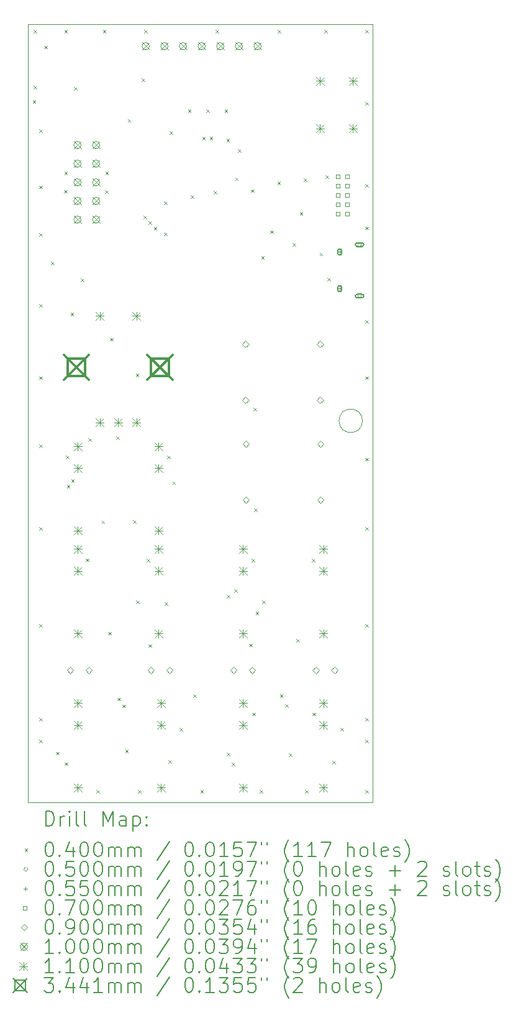
<source format=gbr>
%TF.GenerationSoftware,KiCad,Pcbnew,7.0.2*%
%TF.CreationDate,2025-01-10T16:25:54-06:00*%
%TF.ProjectId,gateDr_mainboard,67617465-4472-45f6-9d61-696e626f6172,rev?*%
%TF.SameCoordinates,Original*%
%TF.FileFunction,Drillmap*%
%TF.FilePolarity,Positive*%
%FSLAX45Y45*%
G04 Gerber Fmt 4.5, Leading zero omitted, Abs format (unit mm)*
G04 Created by KiCad (PCBNEW 7.0.2) date 2025-01-10 16:25:54*
%MOMM*%
%LPD*%
G01*
G04 APERTURE LIST*
%ADD10C,0.100000*%
%ADD11C,0.200000*%
%ADD12C,0.040000*%
%ADD13C,0.050000*%
%ADD14C,0.055000*%
%ADD15C,0.070000*%
%ADD16C,0.090000*%
%ADD17C,0.110000*%
%ADD18C,0.344090*%
G04 APERTURE END LIST*
D10*
X9735000Y-11525000D02*
G75*
G03*
X9735000Y-11525000I-160000J0D01*
G01*
X5175000Y-6125000D02*
X9875000Y-6125000D01*
X9875000Y-16725000D01*
X5175000Y-16725000D01*
X5175000Y-6125000D01*
D11*
D12*
X5240000Y-7155000D02*
X5280000Y-7195000D01*
X5280000Y-7155000D02*
X5240000Y-7195000D01*
X5250000Y-6200000D02*
X5290000Y-6240000D01*
X5290000Y-6200000D02*
X5250000Y-6240000D01*
X5250000Y-6960000D02*
X5290000Y-7000000D01*
X5290000Y-6960000D02*
X5250000Y-7000000D01*
X5325000Y-7555000D02*
X5365000Y-7595000D01*
X5365000Y-7555000D02*
X5325000Y-7595000D01*
X5325000Y-8320000D02*
X5365000Y-8360000D01*
X5365000Y-8320000D02*
X5325000Y-8360000D01*
X5325000Y-8970000D02*
X5365000Y-9010000D01*
X5365000Y-8970000D02*
X5325000Y-9010000D01*
X5325000Y-9935000D02*
X5365000Y-9975000D01*
X5365000Y-9935000D02*
X5325000Y-9975000D01*
X5325000Y-10920000D02*
X5365000Y-10960000D01*
X5365000Y-10920000D02*
X5325000Y-10960000D01*
X5325000Y-11845000D02*
X5365000Y-11885000D01*
X5365000Y-11845000D02*
X5325000Y-11885000D01*
X5325000Y-12975000D02*
X5365000Y-13015000D01*
X5365000Y-12975000D02*
X5325000Y-13015000D01*
X5325000Y-14295000D02*
X5365000Y-14335000D01*
X5365000Y-14295000D02*
X5325000Y-14335000D01*
X5325000Y-15570000D02*
X5365000Y-15610000D01*
X5365000Y-15570000D02*
X5325000Y-15610000D01*
X5325000Y-15870000D02*
X5365000Y-15910000D01*
X5365000Y-15870000D02*
X5325000Y-15910000D01*
X5395000Y-6415000D02*
X5435000Y-6455000D01*
X5435000Y-6415000D02*
X5395000Y-6455000D01*
X5490000Y-9360000D02*
X5530000Y-9400000D01*
X5530000Y-9360000D02*
X5490000Y-9400000D01*
X5555000Y-16035000D02*
X5595000Y-16075000D01*
X5595000Y-16035000D02*
X5555000Y-16075000D01*
X5665000Y-8380000D02*
X5705000Y-8420000D01*
X5705000Y-8380000D02*
X5665000Y-8420000D01*
X5670000Y-6200000D02*
X5710000Y-6240000D01*
X5710000Y-6200000D02*
X5670000Y-6240000D01*
X5670000Y-8130000D02*
X5710000Y-8170000D01*
X5710000Y-8130000D02*
X5670000Y-8170000D01*
X5673184Y-16179027D02*
X5713184Y-16219027D01*
X5713184Y-16179027D02*
X5673184Y-16219027D01*
X5695000Y-12000000D02*
X5735000Y-12040000D01*
X5735000Y-12000000D02*
X5695000Y-12040000D01*
X5705000Y-12400000D02*
X5745000Y-12440000D01*
X5745000Y-12400000D02*
X5705000Y-12440000D01*
X5755000Y-10055000D02*
X5795000Y-10095000D01*
X5795000Y-10055000D02*
X5755000Y-10095000D01*
X5763095Y-12318667D02*
X5803095Y-12358667D01*
X5803095Y-12318667D02*
X5763095Y-12358667D01*
X5805000Y-6980000D02*
X5845000Y-7020000D01*
X5845000Y-6980000D02*
X5805000Y-7020000D01*
X5895000Y-9585000D02*
X5935000Y-9625000D01*
X5935000Y-9585000D02*
X5895000Y-9625000D01*
X5965000Y-13400000D02*
X6005000Y-13440000D01*
X6005000Y-13400000D02*
X5965000Y-13440000D01*
X5995000Y-11760000D02*
X6035000Y-11800000D01*
X6035000Y-11760000D02*
X5995000Y-11800000D01*
X6105000Y-16555000D02*
X6145000Y-16595000D01*
X6145000Y-16555000D02*
X6105000Y-16595000D01*
X6180000Y-12885000D02*
X6220000Y-12925000D01*
X6220000Y-12885000D02*
X6180000Y-12925000D01*
X6195000Y-6200000D02*
X6235000Y-6240000D01*
X6235000Y-6200000D02*
X6195000Y-6240000D01*
X6225000Y-8385000D02*
X6265000Y-8425000D01*
X6265000Y-8385000D02*
X6225000Y-8425000D01*
X6230000Y-8130000D02*
X6270000Y-8170000D01*
X6270000Y-8130000D02*
X6230000Y-8170000D01*
X6270000Y-14400000D02*
X6310000Y-14440000D01*
X6310000Y-14400000D02*
X6270000Y-14440000D01*
X6295000Y-10395000D02*
X6335000Y-10435000D01*
X6335000Y-10395000D02*
X6295000Y-10435000D01*
X6375000Y-11740000D02*
X6415000Y-11780000D01*
X6415000Y-11740000D02*
X6375000Y-11780000D01*
X6395050Y-15297198D02*
X6435050Y-15337198D01*
X6435050Y-15297198D02*
X6395050Y-15337198D01*
X6465000Y-15390000D02*
X6505000Y-15430000D01*
X6505000Y-15390000D02*
X6465000Y-15430000D01*
X6499950Y-16005000D02*
X6539950Y-16045000D01*
X6539950Y-16005000D02*
X6499950Y-16045000D01*
X6534000Y-7415000D02*
X6574000Y-7455000D01*
X6574000Y-7415000D02*
X6534000Y-7455000D01*
X6605000Y-12880000D02*
X6645000Y-12920000D01*
X6645000Y-12880000D02*
X6605000Y-12920000D01*
X6645000Y-10880000D02*
X6685000Y-10920000D01*
X6685000Y-10880000D02*
X6645000Y-10920000D01*
X6650000Y-13970000D02*
X6690000Y-14010000D01*
X6690000Y-13970000D02*
X6650000Y-14010000D01*
X6675000Y-16555000D02*
X6715000Y-16595000D01*
X6715000Y-16555000D02*
X6675000Y-16595000D01*
X6725000Y-6860000D02*
X6765000Y-6900000D01*
X6765000Y-6860000D02*
X6725000Y-6900000D01*
X6750150Y-8730836D02*
X6790150Y-8770836D01*
X6790150Y-8730836D02*
X6750150Y-8770836D01*
X6760000Y-6200000D02*
X6800000Y-6240000D01*
X6800000Y-6200000D02*
X6760000Y-6240000D01*
X6795000Y-13405000D02*
X6835000Y-13445000D01*
X6835000Y-13405000D02*
X6795000Y-13445000D01*
X6820000Y-14570000D02*
X6860000Y-14610000D01*
X6860000Y-14570000D02*
X6820000Y-14610000D01*
X6820100Y-8810000D02*
X6860100Y-8850000D01*
X6860100Y-8810000D02*
X6820100Y-8850000D01*
X6890050Y-8881689D02*
X6930050Y-8921689D01*
X6930050Y-8881689D02*
X6890050Y-8921689D01*
X7027465Y-8962535D02*
X7067465Y-9002535D01*
X7067465Y-8962535D02*
X7027465Y-9002535D01*
X7029950Y-8534395D02*
X7069950Y-8574395D01*
X7069950Y-8534395D02*
X7029950Y-8574395D01*
X7040000Y-14000000D02*
X7080000Y-14040000D01*
X7080000Y-14000000D02*
X7040000Y-14040000D01*
X7070000Y-12000000D02*
X7110000Y-12040000D01*
X7110000Y-12000000D02*
X7070000Y-12040000D01*
X7090000Y-16150000D02*
X7130000Y-16190000D01*
X7130000Y-16150000D02*
X7090000Y-16190000D01*
X7105000Y-7580000D02*
X7145000Y-7620000D01*
X7145000Y-7580000D02*
X7105000Y-7620000D01*
X7145000Y-12350000D02*
X7185000Y-12390000D01*
X7185000Y-12350000D02*
X7145000Y-12390000D01*
X7240000Y-15710000D02*
X7280000Y-15750000D01*
X7280000Y-15710000D02*
X7240000Y-15750000D01*
X7355000Y-7281000D02*
X7395000Y-7321000D01*
X7395000Y-7281000D02*
X7355000Y-7321000D01*
X7395000Y-8452000D02*
X7435000Y-8492000D01*
X7435000Y-8452000D02*
X7395000Y-8492000D01*
X7425000Y-15250000D02*
X7465000Y-15290000D01*
X7465000Y-15250000D02*
X7425000Y-15290000D01*
X7525000Y-16555000D02*
X7565000Y-16595000D01*
X7565000Y-16555000D02*
X7525000Y-16595000D01*
X7551600Y-7655000D02*
X7591600Y-7695000D01*
X7591600Y-7655000D02*
X7551600Y-7695000D01*
X7605000Y-7281000D02*
X7645000Y-7321000D01*
X7645000Y-7281000D02*
X7605000Y-7321000D01*
X7651550Y-7655000D02*
X7691550Y-7695000D01*
X7691550Y-7655000D02*
X7651550Y-7695000D01*
X7705000Y-8390000D02*
X7745000Y-8430000D01*
X7745000Y-8390000D02*
X7705000Y-8430000D01*
X7730000Y-6200000D02*
X7770000Y-6240000D01*
X7770000Y-6200000D02*
X7730000Y-6240000D01*
X7855000Y-7281000D02*
X7895000Y-7321000D01*
X7895000Y-7281000D02*
X7855000Y-7321000D01*
X7880000Y-7680000D02*
X7920000Y-7720000D01*
X7920000Y-7680000D02*
X7880000Y-7720000D01*
X7884899Y-13897900D02*
X7924899Y-13937900D01*
X7924899Y-13897900D02*
X7884899Y-13937900D01*
X7885000Y-16045000D02*
X7925000Y-16085000D01*
X7925000Y-16045000D02*
X7885000Y-16085000D01*
X7950000Y-16185000D02*
X7990000Y-16225000D01*
X7990000Y-16185000D02*
X7950000Y-16225000D01*
X7984788Y-13817950D02*
X8024788Y-13857950D01*
X8024788Y-13817950D02*
X7984788Y-13857950D01*
X8000056Y-8212000D02*
X8040056Y-8252000D01*
X8040056Y-8212000D02*
X8000056Y-8252000D01*
X8036550Y-7827000D02*
X8076550Y-7867000D01*
X8076550Y-7827000D02*
X8036550Y-7867000D01*
X8190000Y-14560000D02*
X8230000Y-14600000D01*
X8230000Y-14560000D02*
X8190000Y-14600000D01*
X8217944Y-8372000D02*
X8257944Y-8412000D01*
X8257944Y-8372000D02*
X8217944Y-8412000D01*
X8225000Y-13405000D02*
X8265000Y-13445000D01*
X8265000Y-13405000D02*
X8225000Y-13445000D01*
X8235000Y-15500000D02*
X8275000Y-15540000D01*
X8275000Y-15500000D02*
X8235000Y-15540000D01*
X8250000Y-11350000D02*
X8290000Y-11390000D01*
X8290000Y-11350000D02*
X8250000Y-11390000D01*
X8255000Y-12720000D02*
X8295000Y-12760000D01*
X8295000Y-12720000D02*
X8255000Y-12760000D01*
X8278038Y-14123038D02*
X8318038Y-14163038D01*
X8318038Y-14123038D02*
X8278038Y-14163038D01*
X8335000Y-16555000D02*
X8375000Y-16595000D01*
X8375000Y-16555000D02*
X8335000Y-16595000D01*
X8355000Y-9280000D02*
X8395000Y-9320000D01*
X8395000Y-9280000D02*
X8355000Y-9320000D01*
X8370000Y-13970000D02*
X8410000Y-14010000D01*
X8410000Y-13970000D02*
X8370000Y-14010000D01*
X8480000Y-8930000D02*
X8520000Y-8970000D01*
X8520000Y-8930000D02*
X8480000Y-8970000D01*
X8575000Y-8265000D02*
X8615000Y-8305000D01*
X8615000Y-8265000D02*
X8575000Y-8305000D01*
X8580000Y-6200000D02*
X8620000Y-6240000D01*
X8620000Y-6200000D02*
X8580000Y-6240000D01*
X8610050Y-15250000D02*
X8650050Y-15290000D01*
X8650050Y-15250000D02*
X8610050Y-15290000D01*
X8680000Y-15385000D02*
X8720000Y-15425000D01*
X8720000Y-15385000D02*
X8680000Y-15425000D01*
X8730141Y-16056217D02*
X8770141Y-16096217D01*
X8770141Y-16056217D02*
X8730141Y-16096217D01*
X8780000Y-9105000D02*
X8820000Y-9145000D01*
X8820000Y-9105000D02*
X8780000Y-9145000D01*
X8835000Y-14495000D02*
X8875000Y-14535000D01*
X8875000Y-14495000D02*
X8835000Y-14535000D01*
X8880000Y-8680000D02*
X8920000Y-8720000D01*
X8920000Y-8680000D02*
X8880000Y-8720000D01*
X8935000Y-8225000D02*
X8975000Y-8265000D01*
X8975000Y-8225000D02*
X8935000Y-8265000D01*
X8950000Y-16555000D02*
X8990000Y-16595000D01*
X8990000Y-16555000D02*
X8950000Y-16595000D01*
X9045000Y-13405000D02*
X9085000Y-13445000D01*
X9085000Y-13405000D02*
X9045000Y-13445000D01*
X9055000Y-15500000D02*
X9095000Y-15540000D01*
X9095000Y-15500000D02*
X9055000Y-15540000D01*
X9150020Y-9234980D02*
X9190020Y-9274980D01*
X9190020Y-9234980D02*
X9150020Y-9274980D01*
X9215000Y-6200000D02*
X9255000Y-6240000D01*
X9255000Y-6200000D02*
X9215000Y-6240000D01*
X9230000Y-8180000D02*
X9270000Y-8220000D01*
X9270000Y-8180000D02*
X9230000Y-8220000D01*
X9255000Y-9580000D02*
X9295000Y-9620000D01*
X9295000Y-9580000D02*
X9255000Y-9620000D01*
X9325000Y-16155000D02*
X9365000Y-16195000D01*
X9365000Y-16155000D02*
X9325000Y-16195000D01*
X9435000Y-15710000D02*
X9475000Y-15750000D01*
X9475000Y-15710000D02*
X9435000Y-15750000D01*
X9770000Y-6200000D02*
X9810000Y-6240000D01*
X9810000Y-6200000D02*
X9770000Y-6240000D01*
X9770000Y-7185000D02*
X9810000Y-7225000D01*
X9810000Y-7185000D02*
X9770000Y-7225000D01*
X9770000Y-8300000D02*
X9810000Y-8340000D01*
X9810000Y-8300000D02*
X9770000Y-8340000D01*
X9770000Y-8880000D02*
X9810000Y-8920000D01*
X9810000Y-8880000D02*
X9770000Y-8920000D01*
X9770000Y-10155000D02*
X9810000Y-10195000D01*
X9810000Y-10155000D02*
X9770000Y-10195000D01*
X9770000Y-10920000D02*
X9810000Y-10960000D01*
X9810000Y-10920000D02*
X9770000Y-10960000D01*
X9770000Y-12030000D02*
X9810000Y-12070000D01*
X9810000Y-12030000D02*
X9770000Y-12070000D01*
X9770000Y-12975000D02*
X9810000Y-13015000D01*
X9810000Y-12975000D02*
X9770000Y-13015000D01*
X9770000Y-14295000D02*
X9810000Y-14335000D01*
X9810000Y-14295000D02*
X9770000Y-14335000D01*
X9770000Y-15570000D02*
X9810000Y-15610000D01*
X9810000Y-15570000D02*
X9770000Y-15610000D01*
X9770000Y-15870000D02*
X9810000Y-15910000D01*
X9810000Y-15870000D02*
X9770000Y-15910000D01*
X9770000Y-16555000D02*
X9810000Y-16595000D01*
X9810000Y-16555000D02*
X9770000Y-16595000D01*
D13*
X9720000Y-9125000D02*
G75*
G03*
X9720000Y-9125000I-25000J0D01*
G01*
D11*
X9727500Y-9100000D02*
X9662500Y-9100000D01*
X9662500Y-9100000D02*
G75*
G03*
X9662500Y-9150000I0J-25000D01*
G01*
X9662500Y-9150000D02*
X9727500Y-9150000D01*
X9727500Y-9150000D02*
G75*
G03*
X9727500Y-9100000I0J25000D01*
G01*
D13*
X9720000Y-9825000D02*
G75*
G03*
X9720000Y-9825000I-25000J0D01*
G01*
D11*
X9727500Y-9800000D02*
X9662500Y-9800000D01*
X9662500Y-9800000D02*
G75*
G03*
X9662500Y-9850000I0J-25000D01*
G01*
X9662500Y-9850000D02*
X9727500Y-9850000D01*
X9727500Y-9850000D02*
G75*
G03*
X9727500Y-9800000I0J25000D01*
G01*
D14*
X9425000Y-9197500D02*
X9425000Y-9252500D01*
X9397500Y-9225000D02*
X9452500Y-9225000D01*
D11*
X9397500Y-9210000D02*
X9397500Y-9240000D01*
X9397500Y-9240000D02*
G75*
G03*
X9452500Y-9240000I27500J0D01*
G01*
X9452500Y-9240000D02*
X9452500Y-9210000D01*
X9452500Y-9210000D02*
G75*
G03*
X9397500Y-9210000I-27500J0D01*
G01*
D14*
X9425000Y-9697500D02*
X9425000Y-9752500D01*
X9397500Y-9725000D02*
X9452500Y-9725000D01*
D11*
X9397500Y-9710000D02*
X9397500Y-9740000D01*
X9397500Y-9740000D02*
G75*
G03*
X9452500Y-9740000I27500J0D01*
G01*
X9452500Y-9740000D02*
X9452500Y-9710000D01*
X9452500Y-9710000D02*
G75*
G03*
X9397500Y-9710000I-27500J0D01*
G01*
D15*
X9424749Y-8220749D02*
X9424749Y-8171251D01*
X9375251Y-8171251D01*
X9375251Y-8220749D01*
X9424749Y-8220749D01*
X9424749Y-8347749D02*
X9424749Y-8298251D01*
X9375251Y-8298251D01*
X9375251Y-8347749D01*
X9424749Y-8347749D01*
X9424749Y-8474749D02*
X9424749Y-8425251D01*
X9375251Y-8425251D01*
X9375251Y-8474749D01*
X9424749Y-8474749D01*
X9424749Y-8601749D02*
X9424749Y-8552251D01*
X9375251Y-8552251D01*
X9375251Y-8601749D01*
X9424749Y-8601749D01*
X9424749Y-8728749D02*
X9424749Y-8679251D01*
X9375251Y-8679251D01*
X9375251Y-8728749D01*
X9424749Y-8728749D01*
X9551749Y-8220749D02*
X9551749Y-8171251D01*
X9502251Y-8171251D01*
X9502251Y-8220749D01*
X9551749Y-8220749D01*
X9551749Y-8347749D02*
X9551749Y-8298251D01*
X9502251Y-8298251D01*
X9502251Y-8347749D01*
X9551749Y-8347749D01*
X9551749Y-8474749D02*
X9551749Y-8425251D01*
X9502251Y-8425251D01*
X9502251Y-8474749D01*
X9551749Y-8474749D01*
X9551749Y-8601749D02*
X9551749Y-8552251D01*
X9502251Y-8552251D01*
X9502251Y-8601749D01*
X9551749Y-8601749D01*
X9551749Y-8728749D02*
X9551749Y-8679251D01*
X9502251Y-8679251D01*
X9502251Y-8728749D01*
X9551749Y-8728749D01*
D16*
X5750000Y-14967000D02*
X5795000Y-14922000D01*
X5750000Y-14877000D01*
X5705000Y-14922000D01*
X5750000Y-14967000D01*
X6004000Y-14967000D02*
X6049000Y-14922000D01*
X6004000Y-14877000D01*
X5959000Y-14922000D01*
X6004000Y-14967000D01*
X6850000Y-14967000D02*
X6895000Y-14922000D01*
X6850000Y-14877000D01*
X6805000Y-14922000D01*
X6850000Y-14967000D01*
X7104000Y-14967000D02*
X7149000Y-14922000D01*
X7104000Y-14877000D01*
X7059000Y-14922000D01*
X7104000Y-14967000D01*
X7976500Y-14967000D02*
X8021500Y-14922000D01*
X7976500Y-14877000D01*
X7931500Y-14922000D01*
X7976500Y-14967000D01*
X8142000Y-10524000D02*
X8187000Y-10479000D01*
X8142000Y-10434000D01*
X8097000Y-10479000D01*
X8142000Y-10524000D01*
X8142000Y-11286000D02*
X8187000Y-11241000D01*
X8142000Y-11196000D01*
X8097000Y-11241000D01*
X8142000Y-11286000D01*
X8146000Y-11886000D02*
X8191000Y-11841000D01*
X8146000Y-11796000D01*
X8101000Y-11841000D01*
X8146000Y-11886000D01*
X8146000Y-12648000D02*
X8191000Y-12603000D01*
X8146000Y-12558000D01*
X8101000Y-12603000D01*
X8146000Y-12648000D01*
X8230500Y-14967000D02*
X8275500Y-14922000D01*
X8230500Y-14877000D01*
X8185500Y-14922000D01*
X8230500Y-14967000D01*
X9100000Y-14967000D02*
X9145000Y-14922000D01*
X9100000Y-14877000D01*
X9055000Y-14922000D01*
X9100000Y-14967000D01*
X9158000Y-10524000D02*
X9203000Y-10479000D01*
X9158000Y-10434000D01*
X9113000Y-10479000D01*
X9158000Y-10524000D01*
X9158000Y-11286000D02*
X9203000Y-11241000D01*
X9158000Y-11196000D01*
X9113000Y-11241000D01*
X9158000Y-11286000D01*
X9162000Y-11886000D02*
X9207000Y-11841000D01*
X9162000Y-11796000D01*
X9117000Y-11841000D01*
X9162000Y-11886000D01*
X9162000Y-12648000D02*
X9207000Y-12603000D01*
X9162000Y-12558000D01*
X9117000Y-12603000D01*
X9162000Y-12648000D01*
X9354000Y-14967000D02*
X9399000Y-14922000D01*
X9354000Y-14877000D01*
X9309000Y-14922000D01*
X9354000Y-14967000D01*
D10*
X5800000Y-7718000D02*
X5900000Y-7818000D01*
X5900000Y-7718000D02*
X5800000Y-7818000D01*
X5900000Y-7768000D02*
G75*
G03*
X5900000Y-7768000I-50000J0D01*
G01*
X5800000Y-7972000D02*
X5900000Y-8072000D01*
X5900000Y-7972000D02*
X5800000Y-8072000D01*
X5900000Y-8022000D02*
G75*
G03*
X5900000Y-8022000I-50000J0D01*
G01*
X5800000Y-8226000D02*
X5900000Y-8326000D01*
X5900000Y-8226000D02*
X5800000Y-8326000D01*
X5900000Y-8276000D02*
G75*
G03*
X5900000Y-8276000I-50000J0D01*
G01*
X5800000Y-8480000D02*
X5900000Y-8580000D01*
X5900000Y-8480000D02*
X5800000Y-8580000D01*
X5900000Y-8530000D02*
G75*
G03*
X5900000Y-8530000I-50000J0D01*
G01*
X5800000Y-8734000D02*
X5900000Y-8834000D01*
X5900000Y-8734000D02*
X5800000Y-8834000D01*
X5900000Y-8784000D02*
G75*
G03*
X5900000Y-8784000I-50000J0D01*
G01*
X6054000Y-7718000D02*
X6154000Y-7818000D01*
X6154000Y-7718000D02*
X6054000Y-7818000D01*
X6154000Y-7768000D02*
G75*
G03*
X6154000Y-7768000I-50000J0D01*
G01*
X6054000Y-7972000D02*
X6154000Y-8072000D01*
X6154000Y-7972000D02*
X6054000Y-8072000D01*
X6154000Y-8022000D02*
G75*
G03*
X6154000Y-8022000I-50000J0D01*
G01*
X6054000Y-8226000D02*
X6154000Y-8326000D01*
X6154000Y-8226000D02*
X6054000Y-8326000D01*
X6154000Y-8276000D02*
G75*
G03*
X6154000Y-8276000I-50000J0D01*
G01*
X6054000Y-8480000D02*
X6154000Y-8580000D01*
X6154000Y-8480000D02*
X6054000Y-8580000D01*
X6154000Y-8530000D02*
G75*
G03*
X6154000Y-8530000I-50000J0D01*
G01*
X6054000Y-8734000D02*
X6154000Y-8834000D01*
X6154000Y-8734000D02*
X6054000Y-8834000D01*
X6154000Y-8784000D02*
G75*
G03*
X6154000Y-8784000I-50000J0D01*
G01*
X6730000Y-6372000D02*
X6830000Y-6472000D01*
X6830000Y-6372000D02*
X6730000Y-6472000D01*
X6830000Y-6422000D02*
G75*
G03*
X6830000Y-6422000I-50000J0D01*
G01*
X6984000Y-6372000D02*
X7084000Y-6472000D01*
X7084000Y-6372000D02*
X6984000Y-6472000D01*
X7084000Y-6422000D02*
G75*
G03*
X7084000Y-6422000I-50000J0D01*
G01*
X7238000Y-6372000D02*
X7338000Y-6472000D01*
X7338000Y-6372000D02*
X7238000Y-6472000D01*
X7338000Y-6422000D02*
G75*
G03*
X7338000Y-6422000I-50000J0D01*
G01*
X7492000Y-6372000D02*
X7592000Y-6472000D01*
X7592000Y-6372000D02*
X7492000Y-6472000D01*
X7592000Y-6422000D02*
G75*
G03*
X7592000Y-6422000I-50000J0D01*
G01*
X7746000Y-6372000D02*
X7846000Y-6472000D01*
X7846000Y-6372000D02*
X7746000Y-6472000D01*
X7846000Y-6422000D02*
G75*
G03*
X7846000Y-6422000I-50000J0D01*
G01*
X8000000Y-6372000D02*
X8100000Y-6472000D01*
X8100000Y-6372000D02*
X8000000Y-6472000D01*
X8100000Y-6422000D02*
G75*
G03*
X8100000Y-6422000I-50000J0D01*
G01*
X8254000Y-6372000D02*
X8354000Y-6472000D01*
X8354000Y-6372000D02*
X8254000Y-6472000D01*
X8354000Y-6422000D02*
G75*
G03*
X8354000Y-6422000I-50000J0D01*
G01*
D17*
X5799000Y-11817000D02*
X5909000Y-11927000D01*
X5909000Y-11817000D02*
X5799000Y-11927000D01*
X5854000Y-11817000D02*
X5854000Y-11927000D01*
X5799000Y-11872000D02*
X5909000Y-11872000D01*
X5799000Y-12117000D02*
X5909000Y-12227000D01*
X5909000Y-12117000D02*
X5799000Y-12227000D01*
X5854000Y-12117000D02*
X5854000Y-12227000D01*
X5799000Y-12172000D02*
X5909000Y-12172000D01*
X5799000Y-12967000D02*
X5909000Y-13077000D01*
X5909000Y-12967000D02*
X5799000Y-13077000D01*
X5854000Y-12967000D02*
X5854000Y-13077000D01*
X5799000Y-13022000D02*
X5909000Y-13022000D01*
X5799000Y-13217000D02*
X5909000Y-13327000D01*
X5909000Y-13217000D02*
X5799000Y-13327000D01*
X5854000Y-13217000D02*
X5854000Y-13327000D01*
X5799000Y-13272000D02*
X5909000Y-13272000D01*
X5799000Y-13517000D02*
X5909000Y-13627000D01*
X5909000Y-13517000D02*
X5799000Y-13627000D01*
X5854000Y-13517000D02*
X5854000Y-13627000D01*
X5799000Y-13572000D02*
X5909000Y-13572000D01*
X5799000Y-14367000D02*
X5909000Y-14477000D01*
X5909000Y-14367000D02*
X5799000Y-14477000D01*
X5854000Y-14367000D02*
X5854000Y-14477000D01*
X5799000Y-14422000D02*
X5909000Y-14422000D01*
X5799000Y-15317000D02*
X5909000Y-15427000D01*
X5909000Y-15317000D02*
X5799000Y-15427000D01*
X5854000Y-15317000D02*
X5854000Y-15427000D01*
X5799000Y-15372000D02*
X5909000Y-15372000D01*
X5799000Y-15617000D02*
X5909000Y-15727000D01*
X5909000Y-15617000D02*
X5799000Y-15727000D01*
X5854000Y-15617000D02*
X5854000Y-15727000D01*
X5799000Y-15672000D02*
X5909000Y-15672000D01*
X5799000Y-16467000D02*
X5909000Y-16577000D01*
X5909000Y-16467000D02*
X5799000Y-16577000D01*
X5854000Y-16467000D02*
X5854000Y-16577000D01*
X5799000Y-16522000D02*
X5909000Y-16522000D01*
X6099000Y-10042000D02*
X6209000Y-10152000D01*
X6209000Y-10042000D02*
X6099000Y-10152000D01*
X6154000Y-10042000D02*
X6154000Y-10152000D01*
X6099000Y-10097000D02*
X6209000Y-10097000D01*
X6099000Y-11492000D02*
X6209000Y-11602000D01*
X6209000Y-11492000D02*
X6099000Y-11602000D01*
X6154000Y-11492000D02*
X6154000Y-11602000D01*
X6099000Y-11547000D02*
X6209000Y-11547000D01*
X6349000Y-11492000D02*
X6459000Y-11602000D01*
X6459000Y-11492000D02*
X6349000Y-11602000D01*
X6404000Y-11492000D02*
X6404000Y-11602000D01*
X6349000Y-11547000D02*
X6459000Y-11547000D01*
X6599000Y-10042000D02*
X6709000Y-10152000D01*
X6709000Y-10042000D02*
X6599000Y-10152000D01*
X6654000Y-10042000D02*
X6654000Y-10152000D01*
X6599000Y-10097000D02*
X6709000Y-10097000D01*
X6599000Y-11492000D02*
X6709000Y-11602000D01*
X6709000Y-11492000D02*
X6599000Y-11602000D01*
X6654000Y-11492000D02*
X6654000Y-11602000D01*
X6599000Y-11547000D02*
X6709000Y-11547000D01*
X6899000Y-11817000D02*
X7009000Y-11927000D01*
X7009000Y-11817000D02*
X6899000Y-11927000D01*
X6954000Y-11817000D02*
X6954000Y-11927000D01*
X6899000Y-11872000D02*
X7009000Y-11872000D01*
X6899000Y-12117000D02*
X7009000Y-12227000D01*
X7009000Y-12117000D02*
X6899000Y-12227000D01*
X6954000Y-12117000D02*
X6954000Y-12227000D01*
X6899000Y-12172000D02*
X7009000Y-12172000D01*
X6899000Y-12967000D02*
X7009000Y-13077000D01*
X7009000Y-12967000D02*
X6899000Y-13077000D01*
X6954000Y-12967000D02*
X6954000Y-13077000D01*
X6899000Y-13022000D02*
X7009000Y-13022000D01*
X6899000Y-13217000D02*
X7009000Y-13327000D01*
X7009000Y-13217000D02*
X6899000Y-13327000D01*
X6954000Y-13217000D02*
X6954000Y-13327000D01*
X6899000Y-13272000D02*
X7009000Y-13272000D01*
X6899000Y-13517000D02*
X7009000Y-13627000D01*
X7009000Y-13517000D02*
X6899000Y-13627000D01*
X6954000Y-13517000D02*
X6954000Y-13627000D01*
X6899000Y-13572000D02*
X7009000Y-13572000D01*
X6899000Y-14367000D02*
X7009000Y-14477000D01*
X7009000Y-14367000D02*
X6899000Y-14477000D01*
X6954000Y-14367000D02*
X6954000Y-14477000D01*
X6899000Y-14422000D02*
X7009000Y-14422000D01*
X6934000Y-15317000D02*
X7044000Y-15427000D01*
X7044000Y-15317000D02*
X6934000Y-15427000D01*
X6989000Y-15317000D02*
X6989000Y-15427000D01*
X6934000Y-15372000D02*
X7044000Y-15372000D01*
X6934000Y-15617000D02*
X7044000Y-15727000D01*
X7044000Y-15617000D02*
X6934000Y-15727000D01*
X6989000Y-15617000D02*
X6989000Y-15727000D01*
X6934000Y-15672000D02*
X7044000Y-15672000D01*
X6934000Y-16467000D02*
X7044000Y-16577000D01*
X7044000Y-16467000D02*
X6934000Y-16577000D01*
X6989000Y-16467000D02*
X6989000Y-16577000D01*
X6934000Y-16522000D02*
X7044000Y-16522000D01*
X8049000Y-13217000D02*
X8159000Y-13327000D01*
X8159000Y-13217000D02*
X8049000Y-13327000D01*
X8104000Y-13217000D02*
X8104000Y-13327000D01*
X8049000Y-13272000D02*
X8159000Y-13272000D01*
X8049000Y-13517000D02*
X8159000Y-13627000D01*
X8159000Y-13517000D02*
X8049000Y-13627000D01*
X8104000Y-13517000D02*
X8104000Y-13627000D01*
X8049000Y-13572000D02*
X8159000Y-13572000D01*
X8049000Y-14367000D02*
X8159000Y-14477000D01*
X8159000Y-14367000D02*
X8049000Y-14477000D01*
X8104000Y-14367000D02*
X8104000Y-14477000D01*
X8049000Y-14422000D02*
X8159000Y-14422000D01*
X8049000Y-15317000D02*
X8159000Y-15427000D01*
X8159000Y-15317000D02*
X8049000Y-15427000D01*
X8104000Y-15317000D02*
X8104000Y-15427000D01*
X8049000Y-15372000D02*
X8159000Y-15372000D01*
X8049000Y-15617000D02*
X8159000Y-15727000D01*
X8159000Y-15617000D02*
X8049000Y-15727000D01*
X8104000Y-15617000D02*
X8104000Y-15727000D01*
X8049000Y-15672000D02*
X8159000Y-15672000D01*
X8049000Y-16467000D02*
X8159000Y-16577000D01*
X8159000Y-16467000D02*
X8049000Y-16577000D01*
X8104000Y-16467000D02*
X8104000Y-16577000D01*
X8049000Y-16522000D02*
X8159000Y-16522000D01*
X9100000Y-6840000D02*
X9210000Y-6950000D01*
X9210000Y-6840000D02*
X9100000Y-6950000D01*
X9155000Y-6840000D02*
X9155000Y-6950000D01*
X9100000Y-6895000D02*
X9210000Y-6895000D01*
X9100000Y-7490000D02*
X9210000Y-7600000D01*
X9210000Y-7490000D02*
X9100000Y-7600000D01*
X9155000Y-7490000D02*
X9155000Y-7600000D01*
X9100000Y-7545000D02*
X9210000Y-7545000D01*
X9149000Y-13217000D02*
X9259000Y-13327000D01*
X9259000Y-13217000D02*
X9149000Y-13327000D01*
X9204000Y-13217000D02*
X9204000Y-13327000D01*
X9149000Y-13272000D02*
X9259000Y-13272000D01*
X9149000Y-13517000D02*
X9259000Y-13627000D01*
X9259000Y-13517000D02*
X9149000Y-13627000D01*
X9204000Y-13517000D02*
X9204000Y-13627000D01*
X9149000Y-13572000D02*
X9259000Y-13572000D01*
X9149000Y-14367000D02*
X9259000Y-14477000D01*
X9259000Y-14367000D02*
X9149000Y-14477000D01*
X9204000Y-14367000D02*
X9204000Y-14477000D01*
X9149000Y-14422000D02*
X9259000Y-14422000D01*
X9149000Y-15317000D02*
X9259000Y-15427000D01*
X9259000Y-15317000D02*
X9149000Y-15427000D01*
X9204000Y-15317000D02*
X9204000Y-15427000D01*
X9149000Y-15372000D02*
X9259000Y-15372000D01*
X9149000Y-15617000D02*
X9259000Y-15727000D01*
X9259000Y-15617000D02*
X9149000Y-15727000D01*
X9204000Y-15617000D02*
X9204000Y-15727000D01*
X9149000Y-15672000D02*
X9259000Y-15672000D01*
X9149000Y-16467000D02*
X9259000Y-16577000D01*
X9259000Y-16467000D02*
X9149000Y-16577000D01*
X9204000Y-16467000D02*
X9204000Y-16577000D01*
X9149000Y-16522000D02*
X9259000Y-16522000D01*
X9550000Y-6840000D02*
X9660000Y-6950000D01*
X9660000Y-6840000D02*
X9550000Y-6950000D01*
X9605000Y-6840000D02*
X9605000Y-6950000D01*
X9550000Y-6895000D02*
X9660000Y-6895000D01*
X9550000Y-7490000D02*
X9660000Y-7600000D01*
X9660000Y-7490000D02*
X9550000Y-7600000D01*
X9605000Y-7490000D02*
X9605000Y-7600000D01*
X9550000Y-7545000D02*
X9660000Y-7545000D01*
D18*
X5661955Y-10624955D02*
X6006045Y-10969045D01*
X6006045Y-10624955D02*
X5661955Y-10969045D01*
X5955655Y-10918655D02*
X5955655Y-10675345D01*
X5712345Y-10675345D01*
X5712345Y-10918655D01*
X5955655Y-10918655D01*
X6801955Y-10624955D02*
X7146045Y-10969045D01*
X7146045Y-10624955D02*
X6801955Y-10969045D01*
X7095655Y-10918655D02*
X7095655Y-10675345D01*
X6852345Y-10675345D01*
X6852345Y-10918655D01*
X7095655Y-10918655D01*
D11*
X5417619Y-17042524D02*
X5417619Y-16842524D01*
X5417619Y-16842524D02*
X5465238Y-16842524D01*
X5465238Y-16842524D02*
X5493810Y-16852048D01*
X5493810Y-16852048D02*
X5512857Y-16871095D01*
X5512857Y-16871095D02*
X5522381Y-16890143D01*
X5522381Y-16890143D02*
X5531905Y-16928238D01*
X5531905Y-16928238D02*
X5531905Y-16956810D01*
X5531905Y-16956810D02*
X5522381Y-16994905D01*
X5522381Y-16994905D02*
X5512857Y-17013952D01*
X5512857Y-17013952D02*
X5493810Y-17033000D01*
X5493810Y-17033000D02*
X5465238Y-17042524D01*
X5465238Y-17042524D02*
X5417619Y-17042524D01*
X5617619Y-17042524D02*
X5617619Y-16909190D01*
X5617619Y-16947286D02*
X5627143Y-16928238D01*
X5627143Y-16928238D02*
X5636667Y-16918714D01*
X5636667Y-16918714D02*
X5655714Y-16909190D01*
X5655714Y-16909190D02*
X5674762Y-16909190D01*
X5741428Y-17042524D02*
X5741428Y-16909190D01*
X5741428Y-16842524D02*
X5731905Y-16852048D01*
X5731905Y-16852048D02*
X5741428Y-16861571D01*
X5741428Y-16861571D02*
X5750952Y-16852048D01*
X5750952Y-16852048D02*
X5741428Y-16842524D01*
X5741428Y-16842524D02*
X5741428Y-16861571D01*
X5865238Y-17042524D02*
X5846190Y-17033000D01*
X5846190Y-17033000D02*
X5836667Y-17013952D01*
X5836667Y-17013952D02*
X5836667Y-16842524D01*
X5970000Y-17042524D02*
X5950952Y-17033000D01*
X5950952Y-17033000D02*
X5941428Y-17013952D01*
X5941428Y-17013952D02*
X5941428Y-16842524D01*
X6198571Y-17042524D02*
X6198571Y-16842524D01*
X6198571Y-16842524D02*
X6265238Y-16985381D01*
X6265238Y-16985381D02*
X6331905Y-16842524D01*
X6331905Y-16842524D02*
X6331905Y-17042524D01*
X6512857Y-17042524D02*
X6512857Y-16937762D01*
X6512857Y-16937762D02*
X6503333Y-16918714D01*
X6503333Y-16918714D02*
X6484286Y-16909190D01*
X6484286Y-16909190D02*
X6446190Y-16909190D01*
X6446190Y-16909190D02*
X6427143Y-16918714D01*
X6512857Y-17033000D02*
X6493809Y-17042524D01*
X6493809Y-17042524D02*
X6446190Y-17042524D01*
X6446190Y-17042524D02*
X6427143Y-17033000D01*
X6427143Y-17033000D02*
X6417619Y-17013952D01*
X6417619Y-17013952D02*
X6417619Y-16994905D01*
X6417619Y-16994905D02*
X6427143Y-16975857D01*
X6427143Y-16975857D02*
X6446190Y-16966333D01*
X6446190Y-16966333D02*
X6493809Y-16966333D01*
X6493809Y-16966333D02*
X6512857Y-16956810D01*
X6608095Y-16909190D02*
X6608095Y-17109190D01*
X6608095Y-16918714D02*
X6627143Y-16909190D01*
X6627143Y-16909190D02*
X6665238Y-16909190D01*
X6665238Y-16909190D02*
X6684286Y-16918714D01*
X6684286Y-16918714D02*
X6693809Y-16928238D01*
X6693809Y-16928238D02*
X6703333Y-16947286D01*
X6703333Y-16947286D02*
X6703333Y-17004429D01*
X6703333Y-17004429D02*
X6693809Y-17023476D01*
X6693809Y-17023476D02*
X6684286Y-17033000D01*
X6684286Y-17033000D02*
X6665238Y-17042524D01*
X6665238Y-17042524D02*
X6627143Y-17042524D01*
X6627143Y-17042524D02*
X6608095Y-17033000D01*
X6789048Y-17023476D02*
X6798571Y-17033000D01*
X6798571Y-17033000D02*
X6789048Y-17042524D01*
X6789048Y-17042524D02*
X6779524Y-17033000D01*
X6779524Y-17033000D02*
X6789048Y-17023476D01*
X6789048Y-17023476D02*
X6789048Y-17042524D01*
X6789048Y-16918714D02*
X6798571Y-16928238D01*
X6798571Y-16928238D02*
X6789048Y-16937762D01*
X6789048Y-16937762D02*
X6779524Y-16928238D01*
X6779524Y-16928238D02*
X6789048Y-16918714D01*
X6789048Y-16918714D02*
X6789048Y-16937762D01*
D12*
X5130000Y-17350000D02*
X5170000Y-17390000D01*
X5170000Y-17350000D02*
X5130000Y-17390000D01*
D11*
X5455714Y-17262524D02*
X5474762Y-17262524D01*
X5474762Y-17262524D02*
X5493810Y-17272048D01*
X5493810Y-17272048D02*
X5503333Y-17281571D01*
X5503333Y-17281571D02*
X5512857Y-17300619D01*
X5512857Y-17300619D02*
X5522381Y-17338714D01*
X5522381Y-17338714D02*
X5522381Y-17386333D01*
X5522381Y-17386333D02*
X5512857Y-17424429D01*
X5512857Y-17424429D02*
X5503333Y-17443476D01*
X5503333Y-17443476D02*
X5493810Y-17453000D01*
X5493810Y-17453000D02*
X5474762Y-17462524D01*
X5474762Y-17462524D02*
X5455714Y-17462524D01*
X5455714Y-17462524D02*
X5436667Y-17453000D01*
X5436667Y-17453000D02*
X5427143Y-17443476D01*
X5427143Y-17443476D02*
X5417619Y-17424429D01*
X5417619Y-17424429D02*
X5408095Y-17386333D01*
X5408095Y-17386333D02*
X5408095Y-17338714D01*
X5408095Y-17338714D02*
X5417619Y-17300619D01*
X5417619Y-17300619D02*
X5427143Y-17281571D01*
X5427143Y-17281571D02*
X5436667Y-17272048D01*
X5436667Y-17272048D02*
X5455714Y-17262524D01*
X5608095Y-17443476D02*
X5617619Y-17453000D01*
X5617619Y-17453000D02*
X5608095Y-17462524D01*
X5608095Y-17462524D02*
X5598571Y-17453000D01*
X5598571Y-17453000D02*
X5608095Y-17443476D01*
X5608095Y-17443476D02*
X5608095Y-17462524D01*
X5789048Y-17329190D02*
X5789048Y-17462524D01*
X5741428Y-17253000D02*
X5693809Y-17395857D01*
X5693809Y-17395857D02*
X5817619Y-17395857D01*
X5931905Y-17262524D02*
X5950952Y-17262524D01*
X5950952Y-17262524D02*
X5970000Y-17272048D01*
X5970000Y-17272048D02*
X5979524Y-17281571D01*
X5979524Y-17281571D02*
X5989048Y-17300619D01*
X5989048Y-17300619D02*
X5998571Y-17338714D01*
X5998571Y-17338714D02*
X5998571Y-17386333D01*
X5998571Y-17386333D02*
X5989048Y-17424429D01*
X5989048Y-17424429D02*
X5979524Y-17443476D01*
X5979524Y-17443476D02*
X5970000Y-17453000D01*
X5970000Y-17453000D02*
X5950952Y-17462524D01*
X5950952Y-17462524D02*
X5931905Y-17462524D01*
X5931905Y-17462524D02*
X5912857Y-17453000D01*
X5912857Y-17453000D02*
X5903333Y-17443476D01*
X5903333Y-17443476D02*
X5893809Y-17424429D01*
X5893809Y-17424429D02*
X5884286Y-17386333D01*
X5884286Y-17386333D02*
X5884286Y-17338714D01*
X5884286Y-17338714D02*
X5893809Y-17300619D01*
X5893809Y-17300619D02*
X5903333Y-17281571D01*
X5903333Y-17281571D02*
X5912857Y-17272048D01*
X5912857Y-17272048D02*
X5931905Y-17262524D01*
X6122381Y-17262524D02*
X6141429Y-17262524D01*
X6141429Y-17262524D02*
X6160476Y-17272048D01*
X6160476Y-17272048D02*
X6170000Y-17281571D01*
X6170000Y-17281571D02*
X6179524Y-17300619D01*
X6179524Y-17300619D02*
X6189048Y-17338714D01*
X6189048Y-17338714D02*
X6189048Y-17386333D01*
X6189048Y-17386333D02*
X6179524Y-17424429D01*
X6179524Y-17424429D02*
X6170000Y-17443476D01*
X6170000Y-17443476D02*
X6160476Y-17453000D01*
X6160476Y-17453000D02*
X6141429Y-17462524D01*
X6141429Y-17462524D02*
X6122381Y-17462524D01*
X6122381Y-17462524D02*
X6103333Y-17453000D01*
X6103333Y-17453000D02*
X6093809Y-17443476D01*
X6093809Y-17443476D02*
X6084286Y-17424429D01*
X6084286Y-17424429D02*
X6074762Y-17386333D01*
X6074762Y-17386333D02*
X6074762Y-17338714D01*
X6074762Y-17338714D02*
X6084286Y-17300619D01*
X6084286Y-17300619D02*
X6093809Y-17281571D01*
X6093809Y-17281571D02*
X6103333Y-17272048D01*
X6103333Y-17272048D02*
X6122381Y-17262524D01*
X6274762Y-17462524D02*
X6274762Y-17329190D01*
X6274762Y-17348238D02*
X6284286Y-17338714D01*
X6284286Y-17338714D02*
X6303333Y-17329190D01*
X6303333Y-17329190D02*
X6331905Y-17329190D01*
X6331905Y-17329190D02*
X6350952Y-17338714D01*
X6350952Y-17338714D02*
X6360476Y-17357762D01*
X6360476Y-17357762D02*
X6360476Y-17462524D01*
X6360476Y-17357762D02*
X6370000Y-17338714D01*
X6370000Y-17338714D02*
X6389048Y-17329190D01*
X6389048Y-17329190D02*
X6417619Y-17329190D01*
X6417619Y-17329190D02*
X6436667Y-17338714D01*
X6436667Y-17338714D02*
X6446190Y-17357762D01*
X6446190Y-17357762D02*
X6446190Y-17462524D01*
X6541429Y-17462524D02*
X6541429Y-17329190D01*
X6541429Y-17348238D02*
X6550952Y-17338714D01*
X6550952Y-17338714D02*
X6570000Y-17329190D01*
X6570000Y-17329190D02*
X6598571Y-17329190D01*
X6598571Y-17329190D02*
X6617619Y-17338714D01*
X6617619Y-17338714D02*
X6627143Y-17357762D01*
X6627143Y-17357762D02*
X6627143Y-17462524D01*
X6627143Y-17357762D02*
X6636667Y-17338714D01*
X6636667Y-17338714D02*
X6655714Y-17329190D01*
X6655714Y-17329190D02*
X6684286Y-17329190D01*
X6684286Y-17329190D02*
X6703333Y-17338714D01*
X6703333Y-17338714D02*
X6712857Y-17357762D01*
X6712857Y-17357762D02*
X6712857Y-17462524D01*
X7103333Y-17253000D02*
X6931905Y-17510143D01*
X7360476Y-17262524D02*
X7379524Y-17262524D01*
X7379524Y-17262524D02*
X7398572Y-17272048D01*
X7398572Y-17272048D02*
X7408095Y-17281571D01*
X7408095Y-17281571D02*
X7417619Y-17300619D01*
X7417619Y-17300619D02*
X7427143Y-17338714D01*
X7427143Y-17338714D02*
X7427143Y-17386333D01*
X7427143Y-17386333D02*
X7417619Y-17424429D01*
X7417619Y-17424429D02*
X7408095Y-17443476D01*
X7408095Y-17443476D02*
X7398572Y-17453000D01*
X7398572Y-17453000D02*
X7379524Y-17462524D01*
X7379524Y-17462524D02*
X7360476Y-17462524D01*
X7360476Y-17462524D02*
X7341429Y-17453000D01*
X7341429Y-17453000D02*
X7331905Y-17443476D01*
X7331905Y-17443476D02*
X7322381Y-17424429D01*
X7322381Y-17424429D02*
X7312857Y-17386333D01*
X7312857Y-17386333D02*
X7312857Y-17338714D01*
X7312857Y-17338714D02*
X7322381Y-17300619D01*
X7322381Y-17300619D02*
X7331905Y-17281571D01*
X7331905Y-17281571D02*
X7341429Y-17272048D01*
X7341429Y-17272048D02*
X7360476Y-17262524D01*
X7512857Y-17443476D02*
X7522381Y-17453000D01*
X7522381Y-17453000D02*
X7512857Y-17462524D01*
X7512857Y-17462524D02*
X7503333Y-17453000D01*
X7503333Y-17453000D02*
X7512857Y-17443476D01*
X7512857Y-17443476D02*
X7512857Y-17462524D01*
X7646191Y-17262524D02*
X7665238Y-17262524D01*
X7665238Y-17262524D02*
X7684286Y-17272048D01*
X7684286Y-17272048D02*
X7693810Y-17281571D01*
X7693810Y-17281571D02*
X7703333Y-17300619D01*
X7703333Y-17300619D02*
X7712857Y-17338714D01*
X7712857Y-17338714D02*
X7712857Y-17386333D01*
X7712857Y-17386333D02*
X7703333Y-17424429D01*
X7703333Y-17424429D02*
X7693810Y-17443476D01*
X7693810Y-17443476D02*
X7684286Y-17453000D01*
X7684286Y-17453000D02*
X7665238Y-17462524D01*
X7665238Y-17462524D02*
X7646191Y-17462524D01*
X7646191Y-17462524D02*
X7627143Y-17453000D01*
X7627143Y-17453000D02*
X7617619Y-17443476D01*
X7617619Y-17443476D02*
X7608095Y-17424429D01*
X7608095Y-17424429D02*
X7598572Y-17386333D01*
X7598572Y-17386333D02*
X7598572Y-17338714D01*
X7598572Y-17338714D02*
X7608095Y-17300619D01*
X7608095Y-17300619D02*
X7617619Y-17281571D01*
X7617619Y-17281571D02*
X7627143Y-17272048D01*
X7627143Y-17272048D02*
X7646191Y-17262524D01*
X7903333Y-17462524D02*
X7789048Y-17462524D01*
X7846191Y-17462524D02*
X7846191Y-17262524D01*
X7846191Y-17262524D02*
X7827143Y-17291095D01*
X7827143Y-17291095D02*
X7808095Y-17310143D01*
X7808095Y-17310143D02*
X7789048Y-17319667D01*
X8084286Y-17262524D02*
X7989048Y-17262524D01*
X7989048Y-17262524D02*
X7979524Y-17357762D01*
X7979524Y-17357762D02*
X7989048Y-17348238D01*
X7989048Y-17348238D02*
X8008095Y-17338714D01*
X8008095Y-17338714D02*
X8055714Y-17338714D01*
X8055714Y-17338714D02*
X8074762Y-17348238D01*
X8074762Y-17348238D02*
X8084286Y-17357762D01*
X8084286Y-17357762D02*
X8093810Y-17376810D01*
X8093810Y-17376810D02*
X8093810Y-17424429D01*
X8093810Y-17424429D02*
X8084286Y-17443476D01*
X8084286Y-17443476D02*
X8074762Y-17453000D01*
X8074762Y-17453000D02*
X8055714Y-17462524D01*
X8055714Y-17462524D02*
X8008095Y-17462524D01*
X8008095Y-17462524D02*
X7989048Y-17453000D01*
X7989048Y-17453000D02*
X7979524Y-17443476D01*
X8160476Y-17262524D02*
X8293810Y-17262524D01*
X8293810Y-17262524D02*
X8208095Y-17462524D01*
X8360476Y-17262524D02*
X8360476Y-17300619D01*
X8436667Y-17262524D02*
X8436667Y-17300619D01*
X8731905Y-17538714D02*
X8722381Y-17529190D01*
X8722381Y-17529190D02*
X8703334Y-17500619D01*
X8703334Y-17500619D02*
X8693810Y-17481571D01*
X8693810Y-17481571D02*
X8684286Y-17453000D01*
X8684286Y-17453000D02*
X8674762Y-17405381D01*
X8674762Y-17405381D02*
X8674762Y-17367286D01*
X8674762Y-17367286D02*
X8684286Y-17319667D01*
X8684286Y-17319667D02*
X8693810Y-17291095D01*
X8693810Y-17291095D02*
X8703334Y-17272048D01*
X8703334Y-17272048D02*
X8722381Y-17243476D01*
X8722381Y-17243476D02*
X8731905Y-17233952D01*
X8912857Y-17462524D02*
X8798572Y-17462524D01*
X8855715Y-17462524D02*
X8855715Y-17262524D01*
X8855715Y-17262524D02*
X8836667Y-17291095D01*
X8836667Y-17291095D02*
X8817619Y-17310143D01*
X8817619Y-17310143D02*
X8798572Y-17319667D01*
X9103334Y-17462524D02*
X8989048Y-17462524D01*
X9046191Y-17462524D02*
X9046191Y-17262524D01*
X9046191Y-17262524D02*
X9027143Y-17291095D01*
X9027143Y-17291095D02*
X9008096Y-17310143D01*
X9008096Y-17310143D02*
X8989048Y-17319667D01*
X9170000Y-17262524D02*
X9303334Y-17262524D01*
X9303334Y-17262524D02*
X9217619Y-17462524D01*
X9531905Y-17462524D02*
X9531905Y-17262524D01*
X9617619Y-17462524D02*
X9617619Y-17357762D01*
X9617619Y-17357762D02*
X9608096Y-17338714D01*
X9608096Y-17338714D02*
X9589048Y-17329190D01*
X9589048Y-17329190D02*
X9560477Y-17329190D01*
X9560477Y-17329190D02*
X9541429Y-17338714D01*
X9541429Y-17338714D02*
X9531905Y-17348238D01*
X9741429Y-17462524D02*
X9722381Y-17453000D01*
X9722381Y-17453000D02*
X9712858Y-17443476D01*
X9712858Y-17443476D02*
X9703334Y-17424429D01*
X9703334Y-17424429D02*
X9703334Y-17367286D01*
X9703334Y-17367286D02*
X9712858Y-17348238D01*
X9712858Y-17348238D02*
X9722381Y-17338714D01*
X9722381Y-17338714D02*
X9741429Y-17329190D01*
X9741429Y-17329190D02*
X9770000Y-17329190D01*
X9770000Y-17329190D02*
X9789048Y-17338714D01*
X9789048Y-17338714D02*
X9798572Y-17348238D01*
X9798572Y-17348238D02*
X9808096Y-17367286D01*
X9808096Y-17367286D02*
X9808096Y-17424429D01*
X9808096Y-17424429D02*
X9798572Y-17443476D01*
X9798572Y-17443476D02*
X9789048Y-17453000D01*
X9789048Y-17453000D02*
X9770000Y-17462524D01*
X9770000Y-17462524D02*
X9741429Y-17462524D01*
X9922381Y-17462524D02*
X9903334Y-17453000D01*
X9903334Y-17453000D02*
X9893810Y-17433952D01*
X9893810Y-17433952D02*
X9893810Y-17262524D01*
X10074762Y-17453000D02*
X10055715Y-17462524D01*
X10055715Y-17462524D02*
X10017619Y-17462524D01*
X10017619Y-17462524D02*
X9998572Y-17453000D01*
X9998572Y-17453000D02*
X9989048Y-17433952D01*
X9989048Y-17433952D02*
X9989048Y-17357762D01*
X9989048Y-17357762D02*
X9998572Y-17338714D01*
X9998572Y-17338714D02*
X10017619Y-17329190D01*
X10017619Y-17329190D02*
X10055715Y-17329190D01*
X10055715Y-17329190D02*
X10074762Y-17338714D01*
X10074762Y-17338714D02*
X10084286Y-17357762D01*
X10084286Y-17357762D02*
X10084286Y-17376810D01*
X10084286Y-17376810D02*
X9989048Y-17395857D01*
X10160477Y-17453000D02*
X10179524Y-17462524D01*
X10179524Y-17462524D02*
X10217619Y-17462524D01*
X10217619Y-17462524D02*
X10236667Y-17453000D01*
X10236667Y-17453000D02*
X10246191Y-17433952D01*
X10246191Y-17433952D02*
X10246191Y-17424429D01*
X10246191Y-17424429D02*
X10236667Y-17405381D01*
X10236667Y-17405381D02*
X10217619Y-17395857D01*
X10217619Y-17395857D02*
X10189048Y-17395857D01*
X10189048Y-17395857D02*
X10170000Y-17386333D01*
X10170000Y-17386333D02*
X10160477Y-17367286D01*
X10160477Y-17367286D02*
X10160477Y-17357762D01*
X10160477Y-17357762D02*
X10170000Y-17338714D01*
X10170000Y-17338714D02*
X10189048Y-17329190D01*
X10189048Y-17329190D02*
X10217619Y-17329190D01*
X10217619Y-17329190D02*
X10236667Y-17338714D01*
X10312858Y-17538714D02*
X10322381Y-17529190D01*
X10322381Y-17529190D02*
X10341429Y-17500619D01*
X10341429Y-17500619D02*
X10350953Y-17481571D01*
X10350953Y-17481571D02*
X10360477Y-17453000D01*
X10360477Y-17453000D02*
X10370000Y-17405381D01*
X10370000Y-17405381D02*
X10370000Y-17367286D01*
X10370000Y-17367286D02*
X10360477Y-17319667D01*
X10360477Y-17319667D02*
X10350953Y-17291095D01*
X10350953Y-17291095D02*
X10341429Y-17272048D01*
X10341429Y-17272048D02*
X10322381Y-17243476D01*
X10322381Y-17243476D02*
X10312858Y-17233952D01*
D13*
X5170000Y-17634000D02*
G75*
G03*
X5170000Y-17634000I-25000J0D01*
G01*
D11*
X5455714Y-17526524D02*
X5474762Y-17526524D01*
X5474762Y-17526524D02*
X5493810Y-17536048D01*
X5493810Y-17536048D02*
X5503333Y-17545571D01*
X5503333Y-17545571D02*
X5512857Y-17564619D01*
X5512857Y-17564619D02*
X5522381Y-17602714D01*
X5522381Y-17602714D02*
X5522381Y-17650333D01*
X5522381Y-17650333D02*
X5512857Y-17688429D01*
X5512857Y-17688429D02*
X5503333Y-17707476D01*
X5503333Y-17707476D02*
X5493810Y-17717000D01*
X5493810Y-17717000D02*
X5474762Y-17726524D01*
X5474762Y-17726524D02*
X5455714Y-17726524D01*
X5455714Y-17726524D02*
X5436667Y-17717000D01*
X5436667Y-17717000D02*
X5427143Y-17707476D01*
X5427143Y-17707476D02*
X5417619Y-17688429D01*
X5417619Y-17688429D02*
X5408095Y-17650333D01*
X5408095Y-17650333D02*
X5408095Y-17602714D01*
X5408095Y-17602714D02*
X5417619Y-17564619D01*
X5417619Y-17564619D02*
X5427143Y-17545571D01*
X5427143Y-17545571D02*
X5436667Y-17536048D01*
X5436667Y-17536048D02*
X5455714Y-17526524D01*
X5608095Y-17707476D02*
X5617619Y-17717000D01*
X5617619Y-17717000D02*
X5608095Y-17726524D01*
X5608095Y-17726524D02*
X5598571Y-17717000D01*
X5598571Y-17717000D02*
X5608095Y-17707476D01*
X5608095Y-17707476D02*
X5608095Y-17726524D01*
X5798571Y-17526524D02*
X5703333Y-17526524D01*
X5703333Y-17526524D02*
X5693809Y-17621762D01*
X5693809Y-17621762D02*
X5703333Y-17612238D01*
X5703333Y-17612238D02*
X5722381Y-17602714D01*
X5722381Y-17602714D02*
X5770000Y-17602714D01*
X5770000Y-17602714D02*
X5789048Y-17612238D01*
X5789048Y-17612238D02*
X5798571Y-17621762D01*
X5798571Y-17621762D02*
X5808095Y-17640810D01*
X5808095Y-17640810D02*
X5808095Y-17688429D01*
X5808095Y-17688429D02*
X5798571Y-17707476D01*
X5798571Y-17707476D02*
X5789048Y-17717000D01*
X5789048Y-17717000D02*
X5770000Y-17726524D01*
X5770000Y-17726524D02*
X5722381Y-17726524D01*
X5722381Y-17726524D02*
X5703333Y-17717000D01*
X5703333Y-17717000D02*
X5693809Y-17707476D01*
X5931905Y-17526524D02*
X5950952Y-17526524D01*
X5950952Y-17526524D02*
X5970000Y-17536048D01*
X5970000Y-17536048D02*
X5979524Y-17545571D01*
X5979524Y-17545571D02*
X5989048Y-17564619D01*
X5989048Y-17564619D02*
X5998571Y-17602714D01*
X5998571Y-17602714D02*
X5998571Y-17650333D01*
X5998571Y-17650333D02*
X5989048Y-17688429D01*
X5989048Y-17688429D02*
X5979524Y-17707476D01*
X5979524Y-17707476D02*
X5970000Y-17717000D01*
X5970000Y-17717000D02*
X5950952Y-17726524D01*
X5950952Y-17726524D02*
X5931905Y-17726524D01*
X5931905Y-17726524D02*
X5912857Y-17717000D01*
X5912857Y-17717000D02*
X5903333Y-17707476D01*
X5903333Y-17707476D02*
X5893809Y-17688429D01*
X5893809Y-17688429D02*
X5884286Y-17650333D01*
X5884286Y-17650333D02*
X5884286Y-17602714D01*
X5884286Y-17602714D02*
X5893809Y-17564619D01*
X5893809Y-17564619D02*
X5903333Y-17545571D01*
X5903333Y-17545571D02*
X5912857Y-17536048D01*
X5912857Y-17536048D02*
X5931905Y-17526524D01*
X6122381Y-17526524D02*
X6141429Y-17526524D01*
X6141429Y-17526524D02*
X6160476Y-17536048D01*
X6160476Y-17536048D02*
X6170000Y-17545571D01*
X6170000Y-17545571D02*
X6179524Y-17564619D01*
X6179524Y-17564619D02*
X6189048Y-17602714D01*
X6189048Y-17602714D02*
X6189048Y-17650333D01*
X6189048Y-17650333D02*
X6179524Y-17688429D01*
X6179524Y-17688429D02*
X6170000Y-17707476D01*
X6170000Y-17707476D02*
X6160476Y-17717000D01*
X6160476Y-17717000D02*
X6141429Y-17726524D01*
X6141429Y-17726524D02*
X6122381Y-17726524D01*
X6122381Y-17726524D02*
X6103333Y-17717000D01*
X6103333Y-17717000D02*
X6093809Y-17707476D01*
X6093809Y-17707476D02*
X6084286Y-17688429D01*
X6084286Y-17688429D02*
X6074762Y-17650333D01*
X6074762Y-17650333D02*
X6074762Y-17602714D01*
X6074762Y-17602714D02*
X6084286Y-17564619D01*
X6084286Y-17564619D02*
X6093809Y-17545571D01*
X6093809Y-17545571D02*
X6103333Y-17536048D01*
X6103333Y-17536048D02*
X6122381Y-17526524D01*
X6274762Y-17726524D02*
X6274762Y-17593190D01*
X6274762Y-17612238D02*
X6284286Y-17602714D01*
X6284286Y-17602714D02*
X6303333Y-17593190D01*
X6303333Y-17593190D02*
X6331905Y-17593190D01*
X6331905Y-17593190D02*
X6350952Y-17602714D01*
X6350952Y-17602714D02*
X6360476Y-17621762D01*
X6360476Y-17621762D02*
X6360476Y-17726524D01*
X6360476Y-17621762D02*
X6370000Y-17602714D01*
X6370000Y-17602714D02*
X6389048Y-17593190D01*
X6389048Y-17593190D02*
X6417619Y-17593190D01*
X6417619Y-17593190D02*
X6436667Y-17602714D01*
X6436667Y-17602714D02*
X6446190Y-17621762D01*
X6446190Y-17621762D02*
X6446190Y-17726524D01*
X6541429Y-17726524D02*
X6541429Y-17593190D01*
X6541429Y-17612238D02*
X6550952Y-17602714D01*
X6550952Y-17602714D02*
X6570000Y-17593190D01*
X6570000Y-17593190D02*
X6598571Y-17593190D01*
X6598571Y-17593190D02*
X6617619Y-17602714D01*
X6617619Y-17602714D02*
X6627143Y-17621762D01*
X6627143Y-17621762D02*
X6627143Y-17726524D01*
X6627143Y-17621762D02*
X6636667Y-17602714D01*
X6636667Y-17602714D02*
X6655714Y-17593190D01*
X6655714Y-17593190D02*
X6684286Y-17593190D01*
X6684286Y-17593190D02*
X6703333Y-17602714D01*
X6703333Y-17602714D02*
X6712857Y-17621762D01*
X6712857Y-17621762D02*
X6712857Y-17726524D01*
X7103333Y-17517000D02*
X6931905Y-17774143D01*
X7360476Y-17526524D02*
X7379524Y-17526524D01*
X7379524Y-17526524D02*
X7398572Y-17536048D01*
X7398572Y-17536048D02*
X7408095Y-17545571D01*
X7408095Y-17545571D02*
X7417619Y-17564619D01*
X7417619Y-17564619D02*
X7427143Y-17602714D01*
X7427143Y-17602714D02*
X7427143Y-17650333D01*
X7427143Y-17650333D02*
X7417619Y-17688429D01*
X7417619Y-17688429D02*
X7408095Y-17707476D01*
X7408095Y-17707476D02*
X7398572Y-17717000D01*
X7398572Y-17717000D02*
X7379524Y-17726524D01*
X7379524Y-17726524D02*
X7360476Y-17726524D01*
X7360476Y-17726524D02*
X7341429Y-17717000D01*
X7341429Y-17717000D02*
X7331905Y-17707476D01*
X7331905Y-17707476D02*
X7322381Y-17688429D01*
X7322381Y-17688429D02*
X7312857Y-17650333D01*
X7312857Y-17650333D02*
X7312857Y-17602714D01*
X7312857Y-17602714D02*
X7322381Y-17564619D01*
X7322381Y-17564619D02*
X7331905Y-17545571D01*
X7331905Y-17545571D02*
X7341429Y-17536048D01*
X7341429Y-17536048D02*
X7360476Y-17526524D01*
X7512857Y-17707476D02*
X7522381Y-17717000D01*
X7522381Y-17717000D02*
X7512857Y-17726524D01*
X7512857Y-17726524D02*
X7503333Y-17717000D01*
X7503333Y-17717000D02*
X7512857Y-17707476D01*
X7512857Y-17707476D02*
X7512857Y-17726524D01*
X7646191Y-17526524D02*
X7665238Y-17526524D01*
X7665238Y-17526524D02*
X7684286Y-17536048D01*
X7684286Y-17536048D02*
X7693810Y-17545571D01*
X7693810Y-17545571D02*
X7703333Y-17564619D01*
X7703333Y-17564619D02*
X7712857Y-17602714D01*
X7712857Y-17602714D02*
X7712857Y-17650333D01*
X7712857Y-17650333D02*
X7703333Y-17688429D01*
X7703333Y-17688429D02*
X7693810Y-17707476D01*
X7693810Y-17707476D02*
X7684286Y-17717000D01*
X7684286Y-17717000D02*
X7665238Y-17726524D01*
X7665238Y-17726524D02*
X7646191Y-17726524D01*
X7646191Y-17726524D02*
X7627143Y-17717000D01*
X7627143Y-17717000D02*
X7617619Y-17707476D01*
X7617619Y-17707476D02*
X7608095Y-17688429D01*
X7608095Y-17688429D02*
X7598572Y-17650333D01*
X7598572Y-17650333D02*
X7598572Y-17602714D01*
X7598572Y-17602714D02*
X7608095Y-17564619D01*
X7608095Y-17564619D02*
X7617619Y-17545571D01*
X7617619Y-17545571D02*
X7627143Y-17536048D01*
X7627143Y-17536048D02*
X7646191Y-17526524D01*
X7903333Y-17726524D02*
X7789048Y-17726524D01*
X7846191Y-17726524D02*
X7846191Y-17526524D01*
X7846191Y-17526524D02*
X7827143Y-17555095D01*
X7827143Y-17555095D02*
X7808095Y-17574143D01*
X7808095Y-17574143D02*
X7789048Y-17583667D01*
X7998572Y-17726524D02*
X8036667Y-17726524D01*
X8036667Y-17726524D02*
X8055714Y-17717000D01*
X8055714Y-17717000D02*
X8065238Y-17707476D01*
X8065238Y-17707476D02*
X8084286Y-17678905D01*
X8084286Y-17678905D02*
X8093810Y-17640810D01*
X8093810Y-17640810D02*
X8093810Y-17564619D01*
X8093810Y-17564619D02*
X8084286Y-17545571D01*
X8084286Y-17545571D02*
X8074762Y-17536048D01*
X8074762Y-17536048D02*
X8055714Y-17526524D01*
X8055714Y-17526524D02*
X8017619Y-17526524D01*
X8017619Y-17526524D02*
X7998572Y-17536048D01*
X7998572Y-17536048D02*
X7989048Y-17545571D01*
X7989048Y-17545571D02*
X7979524Y-17564619D01*
X7979524Y-17564619D02*
X7979524Y-17612238D01*
X7979524Y-17612238D02*
X7989048Y-17631286D01*
X7989048Y-17631286D02*
X7998572Y-17640810D01*
X7998572Y-17640810D02*
X8017619Y-17650333D01*
X8017619Y-17650333D02*
X8055714Y-17650333D01*
X8055714Y-17650333D02*
X8074762Y-17640810D01*
X8074762Y-17640810D02*
X8084286Y-17631286D01*
X8084286Y-17631286D02*
X8093810Y-17612238D01*
X8160476Y-17526524D02*
X8293810Y-17526524D01*
X8293810Y-17526524D02*
X8208095Y-17726524D01*
X8360476Y-17526524D02*
X8360476Y-17564619D01*
X8436667Y-17526524D02*
X8436667Y-17564619D01*
X8731905Y-17802714D02*
X8722381Y-17793190D01*
X8722381Y-17793190D02*
X8703334Y-17764619D01*
X8703334Y-17764619D02*
X8693810Y-17745571D01*
X8693810Y-17745571D02*
X8684286Y-17717000D01*
X8684286Y-17717000D02*
X8674762Y-17669381D01*
X8674762Y-17669381D02*
X8674762Y-17631286D01*
X8674762Y-17631286D02*
X8684286Y-17583667D01*
X8684286Y-17583667D02*
X8693810Y-17555095D01*
X8693810Y-17555095D02*
X8703334Y-17536048D01*
X8703334Y-17536048D02*
X8722381Y-17507476D01*
X8722381Y-17507476D02*
X8731905Y-17497952D01*
X8846191Y-17526524D02*
X8865238Y-17526524D01*
X8865238Y-17526524D02*
X8884286Y-17536048D01*
X8884286Y-17536048D02*
X8893810Y-17545571D01*
X8893810Y-17545571D02*
X8903334Y-17564619D01*
X8903334Y-17564619D02*
X8912857Y-17602714D01*
X8912857Y-17602714D02*
X8912857Y-17650333D01*
X8912857Y-17650333D02*
X8903334Y-17688429D01*
X8903334Y-17688429D02*
X8893810Y-17707476D01*
X8893810Y-17707476D02*
X8884286Y-17717000D01*
X8884286Y-17717000D02*
X8865238Y-17726524D01*
X8865238Y-17726524D02*
X8846191Y-17726524D01*
X8846191Y-17726524D02*
X8827143Y-17717000D01*
X8827143Y-17717000D02*
X8817619Y-17707476D01*
X8817619Y-17707476D02*
X8808096Y-17688429D01*
X8808096Y-17688429D02*
X8798572Y-17650333D01*
X8798572Y-17650333D02*
X8798572Y-17602714D01*
X8798572Y-17602714D02*
X8808096Y-17564619D01*
X8808096Y-17564619D02*
X8817619Y-17545571D01*
X8817619Y-17545571D02*
X8827143Y-17536048D01*
X8827143Y-17536048D02*
X8846191Y-17526524D01*
X9150953Y-17726524D02*
X9150953Y-17526524D01*
X9236667Y-17726524D02*
X9236667Y-17621762D01*
X9236667Y-17621762D02*
X9227143Y-17602714D01*
X9227143Y-17602714D02*
X9208096Y-17593190D01*
X9208096Y-17593190D02*
X9179524Y-17593190D01*
X9179524Y-17593190D02*
X9160477Y-17602714D01*
X9160477Y-17602714D02*
X9150953Y-17612238D01*
X9360477Y-17726524D02*
X9341429Y-17717000D01*
X9341429Y-17717000D02*
X9331905Y-17707476D01*
X9331905Y-17707476D02*
X9322381Y-17688429D01*
X9322381Y-17688429D02*
X9322381Y-17631286D01*
X9322381Y-17631286D02*
X9331905Y-17612238D01*
X9331905Y-17612238D02*
X9341429Y-17602714D01*
X9341429Y-17602714D02*
X9360477Y-17593190D01*
X9360477Y-17593190D02*
X9389048Y-17593190D01*
X9389048Y-17593190D02*
X9408096Y-17602714D01*
X9408096Y-17602714D02*
X9417619Y-17612238D01*
X9417619Y-17612238D02*
X9427143Y-17631286D01*
X9427143Y-17631286D02*
X9427143Y-17688429D01*
X9427143Y-17688429D02*
X9417619Y-17707476D01*
X9417619Y-17707476D02*
X9408096Y-17717000D01*
X9408096Y-17717000D02*
X9389048Y-17726524D01*
X9389048Y-17726524D02*
X9360477Y-17726524D01*
X9541429Y-17726524D02*
X9522381Y-17717000D01*
X9522381Y-17717000D02*
X9512858Y-17697952D01*
X9512858Y-17697952D02*
X9512858Y-17526524D01*
X9693810Y-17717000D02*
X9674762Y-17726524D01*
X9674762Y-17726524D02*
X9636667Y-17726524D01*
X9636667Y-17726524D02*
X9617619Y-17717000D01*
X9617619Y-17717000D02*
X9608096Y-17697952D01*
X9608096Y-17697952D02*
X9608096Y-17621762D01*
X9608096Y-17621762D02*
X9617619Y-17602714D01*
X9617619Y-17602714D02*
X9636667Y-17593190D01*
X9636667Y-17593190D02*
X9674762Y-17593190D01*
X9674762Y-17593190D02*
X9693810Y-17602714D01*
X9693810Y-17602714D02*
X9703334Y-17621762D01*
X9703334Y-17621762D02*
X9703334Y-17640810D01*
X9703334Y-17640810D02*
X9608096Y-17659857D01*
X9779524Y-17717000D02*
X9798572Y-17726524D01*
X9798572Y-17726524D02*
X9836667Y-17726524D01*
X9836667Y-17726524D02*
X9855715Y-17717000D01*
X9855715Y-17717000D02*
X9865239Y-17697952D01*
X9865239Y-17697952D02*
X9865239Y-17688429D01*
X9865239Y-17688429D02*
X9855715Y-17669381D01*
X9855715Y-17669381D02*
X9836667Y-17659857D01*
X9836667Y-17659857D02*
X9808096Y-17659857D01*
X9808096Y-17659857D02*
X9789048Y-17650333D01*
X9789048Y-17650333D02*
X9779524Y-17631286D01*
X9779524Y-17631286D02*
X9779524Y-17621762D01*
X9779524Y-17621762D02*
X9789048Y-17602714D01*
X9789048Y-17602714D02*
X9808096Y-17593190D01*
X9808096Y-17593190D02*
X9836667Y-17593190D01*
X9836667Y-17593190D02*
X9855715Y-17602714D01*
X10103334Y-17650333D02*
X10255715Y-17650333D01*
X10179524Y-17726524D02*
X10179524Y-17574143D01*
X10493810Y-17545571D02*
X10503334Y-17536048D01*
X10503334Y-17536048D02*
X10522381Y-17526524D01*
X10522381Y-17526524D02*
X10570001Y-17526524D01*
X10570001Y-17526524D02*
X10589048Y-17536048D01*
X10589048Y-17536048D02*
X10598572Y-17545571D01*
X10598572Y-17545571D02*
X10608096Y-17564619D01*
X10608096Y-17564619D02*
X10608096Y-17583667D01*
X10608096Y-17583667D02*
X10598572Y-17612238D01*
X10598572Y-17612238D02*
X10484286Y-17726524D01*
X10484286Y-17726524D02*
X10608096Y-17726524D01*
X10836667Y-17717000D02*
X10855715Y-17726524D01*
X10855715Y-17726524D02*
X10893810Y-17726524D01*
X10893810Y-17726524D02*
X10912858Y-17717000D01*
X10912858Y-17717000D02*
X10922382Y-17697952D01*
X10922382Y-17697952D02*
X10922382Y-17688429D01*
X10922382Y-17688429D02*
X10912858Y-17669381D01*
X10912858Y-17669381D02*
X10893810Y-17659857D01*
X10893810Y-17659857D02*
X10865239Y-17659857D01*
X10865239Y-17659857D02*
X10846191Y-17650333D01*
X10846191Y-17650333D02*
X10836667Y-17631286D01*
X10836667Y-17631286D02*
X10836667Y-17621762D01*
X10836667Y-17621762D02*
X10846191Y-17602714D01*
X10846191Y-17602714D02*
X10865239Y-17593190D01*
X10865239Y-17593190D02*
X10893810Y-17593190D01*
X10893810Y-17593190D02*
X10912858Y-17602714D01*
X11036667Y-17726524D02*
X11017620Y-17717000D01*
X11017620Y-17717000D02*
X11008096Y-17697952D01*
X11008096Y-17697952D02*
X11008096Y-17526524D01*
X11141429Y-17726524D02*
X11122382Y-17717000D01*
X11122382Y-17717000D02*
X11112858Y-17707476D01*
X11112858Y-17707476D02*
X11103334Y-17688429D01*
X11103334Y-17688429D02*
X11103334Y-17631286D01*
X11103334Y-17631286D02*
X11112858Y-17612238D01*
X11112858Y-17612238D02*
X11122382Y-17602714D01*
X11122382Y-17602714D02*
X11141429Y-17593190D01*
X11141429Y-17593190D02*
X11170001Y-17593190D01*
X11170001Y-17593190D02*
X11189048Y-17602714D01*
X11189048Y-17602714D02*
X11198572Y-17612238D01*
X11198572Y-17612238D02*
X11208096Y-17631286D01*
X11208096Y-17631286D02*
X11208096Y-17688429D01*
X11208096Y-17688429D02*
X11198572Y-17707476D01*
X11198572Y-17707476D02*
X11189048Y-17717000D01*
X11189048Y-17717000D02*
X11170001Y-17726524D01*
X11170001Y-17726524D02*
X11141429Y-17726524D01*
X11265239Y-17593190D02*
X11341429Y-17593190D01*
X11293810Y-17526524D02*
X11293810Y-17697952D01*
X11293810Y-17697952D02*
X11303334Y-17717000D01*
X11303334Y-17717000D02*
X11322381Y-17726524D01*
X11322381Y-17726524D02*
X11341429Y-17726524D01*
X11398572Y-17717000D02*
X11417620Y-17726524D01*
X11417620Y-17726524D02*
X11455715Y-17726524D01*
X11455715Y-17726524D02*
X11474762Y-17717000D01*
X11474762Y-17717000D02*
X11484286Y-17697952D01*
X11484286Y-17697952D02*
X11484286Y-17688429D01*
X11484286Y-17688429D02*
X11474762Y-17669381D01*
X11474762Y-17669381D02*
X11455715Y-17659857D01*
X11455715Y-17659857D02*
X11427143Y-17659857D01*
X11427143Y-17659857D02*
X11408096Y-17650333D01*
X11408096Y-17650333D02*
X11398572Y-17631286D01*
X11398572Y-17631286D02*
X11398572Y-17621762D01*
X11398572Y-17621762D02*
X11408096Y-17602714D01*
X11408096Y-17602714D02*
X11427143Y-17593190D01*
X11427143Y-17593190D02*
X11455715Y-17593190D01*
X11455715Y-17593190D02*
X11474762Y-17602714D01*
X11550953Y-17802714D02*
X11560477Y-17793190D01*
X11560477Y-17793190D02*
X11579524Y-17764619D01*
X11579524Y-17764619D02*
X11589048Y-17745571D01*
X11589048Y-17745571D02*
X11598572Y-17717000D01*
X11598572Y-17717000D02*
X11608096Y-17669381D01*
X11608096Y-17669381D02*
X11608096Y-17631286D01*
X11608096Y-17631286D02*
X11598572Y-17583667D01*
X11598572Y-17583667D02*
X11589048Y-17555095D01*
X11589048Y-17555095D02*
X11579524Y-17536048D01*
X11579524Y-17536048D02*
X11560477Y-17507476D01*
X11560477Y-17507476D02*
X11550953Y-17497952D01*
D14*
X5142500Y-17870500D02*
X5142500Y-17925500D01*
X5115000Y-17898000D02*
X5170000Y-17898000D01*
D11*
X5455714Y-17790524D02*
X5474762Y-17790524D01*
X5474762Y-17790524D02*
X5493810Y-17800048D01*
X5493810Y-17800048D02*
X5503333Y-17809571D01*
X5503333Y-17809571D02*
X5512857Y-17828619D01*
X5512857Y-17828619D02*
X5522381Y-17866714D01*
X5522381Y-17866714D02*
X5522381Y-17914333D01*
X5522381Y-17914333D02*
X5512857Y-17952429D01*
X5512857Y-17952429D02*
X5503333Y-17971476D01*
X5503333Y-17971476D02*
X5493810Y-17981000D01*
X5493810Y-17981000D02*
X5474762Y-17990524D01*
X5474762Y-17990524D02*
X5455714Y-17990524D01*
X5455714Y-17990524D02*
X5436667Y-17981000D01*
X5436667Y-17981000D02*
X5427143Y-17971476D01*
X5427143Y-17971476D02*
X5417619Y-17952429D01*
X5417619Y-17952429D02*
X5408095Y-17914333D01*
X5408095Y-17914333D02*
X5408095Y-17866714D01*
X5408095Y-17866714D02*
X5417619Y-17828619D01*
X5417619Y-17828619D02*
X5427143Y-17809571D01*
X5427143Y-17809571D02*
X5436667Y-17800048D01*
X5436667Y-17800048D02*
X5455714Y-17790524D01*
X5608095Y-17971476D02*
X5617619Y-17981000D01*
X5617619Y-17981000D02*
X5608095Y-17990524D01*
X5608095Y-17990524D02*
X5598571Y-17981000D01*
X5598571Y-17981000D02*
X5608095Y-17971476D01*
X5608095Y-17971476D02*
X5608095Y-17990524D01*
X5798571Y-17790524D02*
X5703333Y-17790524D01*
X5703333Y-17790524D02*
X5693809Y-17885762D01*
X5693809Y-17885762D02*
X5703333Y-17876238D01*
X5703333Y-17876238D02*
X5722381Y-17866714D01*
X5722381Y-17866714D02*
X5770000Y-17866714D01*
X5770000Y-17866714D02*
X5789048Y-17876238D01*
X5789048Y-17876238D02*
X5798571Y-17885762D01*
X5798571Y-17885762D02*
X5808095Y-17904810D01*
X5808095Y-17904810D02*
X5808095Y-17952429D01*
X5808095Y-17952429D02*
X5798571Y-17971476D01*
X5798571Y-17971476D02*
X5789048Y-17981000D01*
X5789048Y-17981000D02*
X5770000Y-17990524D01*
X5770000Y-17990524D02*
X5722381Y-17990524D01*
X5722381Y-17990524D02*
X5703333Y-17981000D01*
X5703333Y-17981000D02*
X5693809Y-17971476D01*
X5989048Y-17790524D02*
X5893809Y-17790524D01*
X5893809Y-17790524D02*
X5884286Y-17885762D01*
X5884286Y-17885762D02*
X5893809Y-17876238D01*
X5893809Y-17876238D02*
X5912857Y-17866714D01*
X5912857Y-17866714D02*
X5960476Y-17866714D01*
X5960476Y-17866714D02*
X5979524Y-17876238D01*
X5979524Y-17876238D02*
X5989048Y-17885762D01*
X5989048Y-17885762D02*
X5998571Y-17904810D01*
X5998571Y-17904810D02*
X5998571Y-17952429D01*
X5998571Y-17952429D02*
X5989048Y-17971476D01*
X5989048Y-17971476D02*
X5979524Y-17981000D01*
X5979524Y-17981000D02*
X5960476Y-17990524D01*
X5960476Y-17990524D02*
X5912857Y-17990524D01*
X5912857Y-17990524D02*
X5893809Y-17981000D01*
X5893809Y-17981000D02*
X5884286Y-17971476D01*
X6122381Y-17790524D02*
X6141429Y-17790524D01*
X6141429Y-17790524D02*
X6160476Y-17800048D01*
X6160476Y-17800048D02*
X6170000Y-17809571D01*
X6170000Y-17809571D02*
X6179524Y-17828619D01*
X6179524Y-17828619D02*
X6189048Y-17866714D01*
X6189048Y-17866714D02*
X6189048Y-17914333D01*
X6189048Y-17914333D02*
X6179524Y-17952429D01*
X6179524Y-17952429D02*
X6170000Y-17971476D01*
X6170000Y-17971476D02*
X6160476Y-17981000D01*
X6160476Y-17981000D02*
X6141429Y-17990524D01*
X6141429Y-17990524D02*
X6122381Y-17990524D01*
X6122381Y-17990524D02*
X6103333Y-17981000D01*
X6103333Y-17981000D02*
X6093809Y-17971476D01*
X6093809Y-17971476D02*
X6084286Y-17952429D01*
X6084286Y-17952429D02*
X6074762Y-17914333D01*
X6074762Y-17914333D02*
X6074762Y-17866714D01*
X6074762Y-17866714D02*
X6084286Y-17828619D01*
X6084286Y-17828619D02*
X6093809Y-17809571D01*
X6093809Y-17809571D02*
X6103333Y-17800048D01*
X6103333Y-17800048D02*
X6122381Y-17790524D01*
X6274762Y-17990524D02*
X6274762Y-17857190D01*
X6274762Y-17876238D02*
X6284286Y-17866714D01*
X6284286Y-17866714D02*
X6303333Y-17857190D01*
X6303333Y-17857190D02*
X6331905Y-17857190D01*
X6331905Y-17857190D02*
X6350952Y-17866714D01*
X6350952Y-17866714D02*
X6360476Y-17885762D01*
X6360476Y-17885762D02*
X6360476Y-17990524D01*
X6360476Y-17885762D02*
X6370000Y-17866714D01*
X6370000Y-17866714D02*
X6389048Y-17857190D01*
X6389048Y-17857190D02*
X6417619Y-17857190D01*
X6417619Y-17857190D02*
X6436667Y-17866714D01*
X6436667Y-17866714D02*
X6446190Y-17885762D01*
X6446190Y-17885762D02*
X6446190Y-17990524D01*
X6541429Y-17990524D02*
X6541429Y-17857190D01*
X6541429Y-17876238D02*
X6550952Y-17866714D01*
X6550952Y-17866714D02*
X6570000Y-17857190D01*
X6570000Y-17857190D02*
X6598571Y-17857190D01*
X6598571Y-17857190D02*
X6617619Y-17866714D01*
X6617619Y-17866714D02*
X6627143Y-17885762D01*
X6627143Y-17885762D02*
X6627143Y-17990524D01*
X6627143Y-17885762D02*
X6636667Y-17866714D01*
X6636667Y-17866714D02*
X6655714Y-17857190D01*
X6655714Y-17857190D02*
X6684286Y-17857190D01*
X6684286Y-17857190D02*
X6703333Y-17866714D01*
X6703333Y-17866714D02*
X6712857Y-17885762D01*
X6712857Y-17885762D02*
X6712857Y-17990524D01*
X7103333Y-17781000D02*
X6931905Y-18038143D01*
X7360476Y-17790524D02*
X7379524Y-17790524D01*
X7379524Y-17790524D02*
X7398572Y-17800048D01*
X7398572Y-17800048D02*
X7408095Y-17809571D01*
X7408095Y-17809571D02*
X7417619Y-17828619D01*
X7417619Y-17828619D02*
X7427143Y-17866714D01*
X7427143Y-17866714D02*
X7427143Y-17914333D01*
X7427143Y-17914333D02*
X7417619Y-17952429D01*
X7417619Y-17952429D02*
X7408095Y-17971476D01*
X7408095Y-17971476D02*
X7398572Y-17981000D01*
X7398572Y-17981000D02*
X7379524Y-17990524D01*
X7379524Y-17990524D02*
X7360476Y-17990524D01*
X7360476Y-17990524D02*
X7341429Y-17981000D01*
X7341429Y-17981000D02*
X7331905Y-17971476D01*
X7331905Y-17971476D02*
X7322381Y-17952429D01*
X7322381Y-17952429D02*
X7312857Y-17914333D01*
X7312857Y-17914333D02*
X7312857Y-17866714D01*
X7312857Y-17866714D02*
X7322381Y-17828619D01*
X7322381Y-17828619D02*
X7331905Y-17809571D01*
X7331905Y-17809571D02*
X7341429Y-17800048D01*
X7341429Y-17800048D02*
X7360476Y-17790524D01*
X7512857Y-17971476D02*
X7522381Y-17981000D01*
X7522381Y-17981000D02*
X7512857Y-17990524D01*
X7512857Y-17990524D02*
X7503333Y-17981000D01*
X7503333Y-17981000D02*
X7512857Y-17971476D01*
X7512857Y-17971476D02*
X7512857Y-17990524D01*
X7646191Y-17790524D02*
X7665238Y-17790524D01*
X7665238Y-17790524D02*
X7684286Y-17800048D01*
X7684286Y-17800048D02*
X7693810Y-17809571D01*
X7693810Y-17809571D02*
X7703333Y-17828619D01*
X7703333Y-17828619D02*
X7712857Y-17866714D01*
X7712857Y-17866714D02*
X7712857Y-17914333D01*
X7712857Y-17914333D02*
X7703333Y-17952429D01*
X7703333Y-17952429D02*
X7693810Y-17971476D01*
X7693810Y-17971476D02*
X7684286Y-17981000D01*
X7684286Y-17981000D02*
X7665238Y-17990524D01*
X7665238Y-17990524D02*
X7646191Y-17990524D01*
X7646191Y-17990524D02*
X7627143Y-17981000D01*
X7627143Y-17981000D02*
X7617619Y-17971476D01*
X7617619Y-17971476D02*
X7608095Y-17952429D01*
X7608095Y-17952429D02*
X7598572Y-17914333D01*
X7598572Y-17914333D02*
X7598572Y-17866714D01*
X7598572Y-17866714D02*
X7608095Y-17828619D01*
X7608095Y-17828619D02*
X7617619Y-17809571D01*
X7617619Y-17809571D02*
X7627143Y-17800048D01*
X7627143Y-17800048D02*
X7646191Y-17790524D01*
X7789048Y-17809571D02*
X7798572Y-17800048D01*
X7798572Y-17800048D02*
X7817619Y-17790524D01*
X7817619Y-17790524D02*
X7865238Y-17790524D01*
X7865238Y-17790524D02*
X7884286Y-17800048D01*
X7884286Y-17800048D02*
X7893810Y-17809571D01*
X7893810Y-17809571D02*
X7903333Y-17828619D01*
X7903333Y-17828619D02*
X7903333Y-17847667D01*
X7903333Y-17847667D02*
X7893810Y-17876238D01*
X7893810Y-17876238D02*
X7779524Y-17990524D01*
X7779524Y-17990524D02*
X7903333Y-17990524D01*
X8093810Y-17990524D02*
X7979524Y-17990524D01*
X8036667Y-17990524D02*
X8036667Y-17790524D01*
X8036667Y-17790524D02*
X8017619Y-17819095D01*
X8017619Y-17819095D02*
X7998572Y-17838143D01*
X7998572Y-17838143D02*
X7979524Y-17847667D01*
X8160476Y-17790524D02*
X8293810Y-17790524D01*
X8293810Y-17790524D02*
X8208095Y-17990524D01*
X8360476Y-17790524D02*
X8360476Y-17828619D01*
X8436667Y-17790524D02*
X8436667Y-17828619D01*
X8731905Y-18066714D02*
X8722381Y-18057190D01*
X8722381Y-18057190D02*
X8703334Y-18028619D01*
X8703334Y-18028619D02*
X8693810Y-18009571D01*
X8693810Y-18009571D02*
X8684286Y-17981000D01*
X8684286Y-17981000D02*
X8674762Y-17933381D01*
X8674762Y-17933381D02*
X8674762Y-17895286D01*
X8674762Y-17895286D02*
X8684286Y-17847667D01*
X8684286Y-17847667D02*
X8693810Y-17819095D01*
X8693810Y-17819095D02*
X8703334Y-17800048D01*
X8703334Y-17800048D02*
X8722381Y-17771476D01*
X8722381Y-17771476D02*
X8731905Y-17761952D01*
X8846191Y-17790524D02*
X8865238Y-17790524D01*
X8865238Y-17790524D02*
X8884286Y-17800048D01*
X8884286Y-17800048D02*
X8893810Y-17809571D01*
X8893810Y-17809571D02*
X8903334Y-17828619D01*
X8903334Y-17828619D02*
X8912857Y-17866714D01*
X8912857Y-17866714D02*
X8912857Y-17914333D01*
X8912857Y-17914333D02*
X8903334Y-17952429D01*
X8903334Y-17952429D02*
X8893810Y-17971476D01*
X8893810Y-17971476D02*
X8884286Y-17981000D01*
X8884286Y-17981000D02*
X8865238Y-17990524D01*
X8865238Y-17990524D02*
X8846191Y-17990524D01*
X8846191Y-17990524D02*
X8827143Y-17981000D01*
X8827143Y-17981000D02*
X8817619Y-17971476D01*
X8817619Y-17971476D02*
X8808096Y-17952429D01*
X8808096Y-17952429D02*
X8798572Y-17914333D01*
X8798572Y-17914333D02*
X8798572Y-17866714D01*
X8798572Y-17866714D02*
X8808096Y-17828619D01*
X8808096Y-17828619D02*
X8817619Y-17809571D01*
X8817619Y-17809571D02*
X8827143Y-17800048D01*
X8827143Y-17800048D02*
X8846191Y-17790524D01*
X9150953Y-17990524D02*
X9150953Y-17790524D01*
X9236667Y-17990524D02*
X9236667Y-17885762D01*
X9236667Y-17885762D02*
X9227143Y-17866714D01*
X9227143Y-17866714D02*
X9208096Y-17857190D01*
X9208096Y-17857190D02*
X9179524Y-17857190D01*
X9179524Y-17857190D02*
X9160477Y-17866714D01*
X9160477Y-17866714D02*
X9150953Y-17876238D01*
X9360477Y-17990524D02*
X9341429Y-17981000D01*
X9341429Y-17981000D02*
X9331905Y-17971476D01*
X9331905Y-17971476D02*
X9322381Y-17952429D01*
X9322381Y-17952429D02*
X9322381Y-17895286D01*
X9322381Y-17895286D02*
X9331905Y-17876238D01*
X9331905Y-17876238D02*
X9341429Y-17866714D01*
X9341429Y-17866714D02*
X9360477Y-17857190D01*
X9360477Y-17857190D02*
X9389048Y-17857190D01*
X9389048Y-17857190D02*
X9408096Y-17866714D01*
X9408096Y-17866714D02*
X9417619Y-17876238D01*
X9417619Y-17876238D02*
X9427143Y-17895286D01*
X9427143Y-17895286D02*
X9427143Y-17952429D01*
X9427143Y-17952429D02*
X9417619Y-17971476D01*
X9417619Y-17971476D02*
X9408096Y-17981000D01*
X9408096Y-17981000D02*
X9389048Y-17990524D01*
X9389048Y-17990524D02*
X9360477Y-17990524D01*
X9541429Y-17990524D02*
X9522381Y-17981000D01*
X9522381Y-17981000D02*
X9512858Y-17961952D01*
X9512858Y-17961952D02*
X9512858Y-17790524D01*
X9693810Y-17981000D02*
X9674762Y-17990524D01*
X9674762Y-17990524D02*
X9636667Y-17990524D01*
X9636667Y-17990524D02*
X9617619Y-17981000D01*
X9617619Y-17981000D02*
X9608096Y-17961952D01*
X9608096Y-17961952D02*
X9608096Y-17885762D01*
X9608096Y-17885762D02*
X9617619Y-17866714D01*
X9617619Y-17866714D02*
X9636667Y-17857190D01*
X9636667Y-17857190D02*
X9674762Y-17857190D01*
X9674762Y-17857190D02*
X9693810Y-17866714D01*
X9693810Y-17866714D02*
X9703334Y-17885762D01*
X9703334Y-17885762D02*
X9703334Y-17904810D01*
X9703334Y-17904810D02*
X9608096Y-17923857D01*
X9779524Y-17981000D02*
X9798572Y-17990524D01*
X9798572Y-17990524D02*
X9836667Y-17990524D01*
X9836667Y-17990524D02*
X9855715Y-17981000D01*
X9855715Y-17981000D02*
X9865239Y-17961952D01*
X9865239Y-17961952D02*
X9865239Y-17952429D01*
X9865239Y-17952429D02*
X9855715Y-17933381D01*
X9855715Y-17933381D02*
X9836667Y-17923857D01*
X9836667Y-17923857D02*
X9808096Y-17923857D01*
X9808096Y-17923857D02*
X9789048Y-17914333D01*
X9789048Y-17914333D02*
X9779524Y-17895286D01*
X9779524Y-17895286D02*
X9779524Y-17885762D01*
X9779524Y-17885762D02*
X9789048Y-17866714D01*
X9789048Y-17866714D02*
X9808096Y-17857190D01*
X9808096Y-17857190D02*
X9836667Y-17857190D01*
X9836667Y-17857190D02*
X9855715Y-17866714D01*
X10103334Y-17914333D02*
X10255715Y-17914333D01*
X10179524Y-17990524D02*
X10179524Y-17838143D01*
X10493810Y-17809571D02*
X10503334Y-17800048D01*
X10503334Y-17800048D02*
X10522381Y-17790524D01*
X10522381Y-17790524D02*
X10570001Y-17790524D01*
X10570001Y-17790524D02*
X10589048Y-17800048D01*
X10589048Y-17800048D02*
X10598572Y-17809571D01*
X10598572Y-17809571D02*
X10608096Y-17828619D01*
X10608096Y-17828619D02*
X10608096Y-17847667D01*
X10608096Y-17847667D02*
X10598572Y-17876238D01*
X10598572Y-17876238D02*
X10484286Y-17990524D01*
X10484286Y-17990524D02*
X10608096Y-17990524D01*
X10836667Y-17981000D02*
X10855715Y-17990524D01*
X10855715Y-17990524D02*
X10893810Y-17990524D01*
X10893810Y-17990524D02*
X10912858Y-17981000D01*
X10912858Y-17981000D02*
X10922382Y-17961952D01*
X10922382Y-17961952D02*
X10922382Y-17952429D01*
X10922382Y-17952429D02*
X10912858Y-17933381D01*
X10912858Y-17933381D02*
X10893810Y-17923857D01*
X10893810Y-17923857D02*
X10865239Y-17923857D01*
X10865239Y-17923857D02*
X10846191Y-17914333D01*
X10846191Y-17914333D02*
X10836667Y-17895286D01*
X10836667Y-17895286D02*
X10836667Y-17885762D01*
X10836667Y-17885762D02*
X10846191Y-17866714D01*
X10846191Y-17866714D02*
X10865239Y-17857190D01*
X10865239Y-17857190D02*
X10893810Y-17857190D01*
X10893810Y-17857190D02*
X10912858Y-17866714D01*
X11036667Y-17990524D02*
X11017620Y-17981000D01*
X11017620Y-17981000D02*
X11008096Y-17961952D01*
X11008096Y-17961952D02*
X11008096Y-17790524D01*
X11141429Y-17990524D02*
X11122382Y-17981000D01*
X11122382Y-17981000D02*
X11112858Y-17971476D01*
X11112858Y-17971476D02*
X11103334Y-17952429D01*
X11103334Y-17952429D02*
X11103334Y-17895286D01*
X11103334Y-17895286D02*
X11112858Y-17876238D01*
X11112858Y-17876238D02*
X11122382Y-17866714D01*
X11122382Y-17866714D02*
X11141429Y-17857190D01*
X11141429Y-17857190D02*
X11170001Y-17857190D01*
X11170001Y-17857190D02*
X11189048Y-17866714D01*
X11189048Y-17866714D02*
X11198572Y-17876238D01*
X11198572Y-17876238D02*
X11208096Y-17895286D01*
X11208096Y-17895286D02*
X11208096Y-17952429D01*
X11208096Y-17952429D02*
X11198572Y-17971476D01*
X11198572Y-17971476D02*
X11189048Y-17981000D01*
X11189048Y-17981000D02*
X11170001Y-17990524D01*
X11170001Y-17990524D02*
X11141429Y-17990524D01*
X11265239Y-17857190D02*
X11341429Y-17857190D01*
X11293810Y-17790524D02*
X11293810Y-17961952D01*
X11293810Y-17961952D02*
X11303334Y-17981000D01*
X11303334Y-17981000D02*
X11322381Y-17990524D01*
X11322381Y-17990524D02*
X11341429Y-17990524D01*
X11398572Y-17981000D02*
X11417620Y-17990524D01*
X11417620Y-17990524D02*
X11455715Y-17990524D01*
X11455715Y-17990524D02*
X11474762Y-17981000D01*
X11474762Y-17981000D02*
X11484286Y-17961952D01*
X11484286Y-17961952D02*
X11484286Y-17952429D01*
X11484286Y-17952429D02*
X11474762Y-17933381D01*
X11474762Y-17933381D02*
X11455715Y-17923857D01*
X11455715Y-17923857D02*
X11427143Y-17923857D01*
X11427143Y-17923857D02*
X11408096Y-17914333D01*
X11408096Y-17914333D02*
X11398572Y-17895286D01*
X11398572Y-17895286D02*
X11398572Y-17885762D01*
X11398572Y-17885762D02*
X11408096Y-17866714D01*
X11408096Y-17866714D02*
X11427143Y-17857190D01*
X11427143Y-17857190D02*
X11455715Y-17857190D01*
X11455715Y-17857190D02*
X11474762Y-17866714D01*
X11550953Y-18066714D02*
X11560477Y-18057190D01*
X11560477Y-18057190D02*
X11579524Y-18028619D01*
X11579524Y-18028619D02*
X11589048Y-18009571D01*
X11589048Y-18009571D02*
X11598572Y-17981000D01*
X11598572Y-17981000D02*
X11608096Y-17933381D01*
X11608096Y-17933381D02*
X11608096Y-17895286D01*
X11608096Y-17895286D02*
X11598572Y-17847667D01*
X11598572Y-17847667D02*
X11589048Y-17819095D01*
X11589048Y-17819095D02*
X11579524Y-17800048D01*
X11579524Y-17800048D02*
X11560477Y-17771476D01*
X11560477Y-17771476D02*
X11550953Y-17761952D01*
D15*
X5159749Y-18186749D02*
X5159749Y-18137251D01*
X5110251Y-18137251D01*
X5110251Y-18186749D01*
X5159749Y-18186749D01*
D11*
X5455714Y-18054524D02*
X5474762Y-18054524D01*
X5474762Y-18054524D02*
X5493810Y-18064048D01*
X5493810Y-18064048D02*
X5503333Y-18073571D01*
X5503333Y-18073571D02*
X5512857Y-18092619D01*
X5512857Y-18092619D02*
X5522381Y-18130714D01*
X5522381Y-18130714D02*
X5522381Y-18178333D01*
X5522381Y-18178333D02*
X5512857Y-18216429D01*
X5512857Y-18216429D02*
X5503333Y-18235476D01*
X5503333Y-18235476D02*
X5493810Y-18245000D01*
X5493810Y-18245000D02*
X5474762Y-18254524D01*
X5474762Y-18254524D02*
X5455714Y-18254524D01*
X5455714Y-18254524D02*
X5436667Y-18245000D01*
X5436667Y-18245000D02*
X5427143Y-18235476D01*
X5427143Y-18235476D02*
X5417619Y-18216429D01*
X5417619Y-18216429D02*
X5408095Y-18178333D01*
X5408095Y-18178333D02*
X5408095Y-18130714D01*
X5408095Y-18130714D02*
X5417619Y-18092619D01*
X5417619Y-18092619D02*
X5427143Y-18073571D01*
X5427143Y-18073571D02*
X5436667Y-18064048D01*
X5436667Y-18064048D02*
X5455714Y-18054524D01*
X5608095Y-18235476D02*
X5617619Y-18245000D01*
X5617619Y-18245000D02*
X5608095Y-18254524D01*
X5608095Y-18254524D02*
X5598571Y-18245000D01*
X5598571Y-18245000D02*
X5608095Y-18235476D01*
X5608095Y-18235476D02*
X5608095Y-18254524D01*
X5684286Y-18054524D02*
X5817619Y-18054524D01*
X5817619Y-18054524D02*
X5731905Y-18254524D01*
X5931905Y-18054524D02*
X5950952Y-18054524D01*
X5950952Y-18054524D02*
X5970000Y-18064048D01*
X5970000Y-18064048D02*
X5979524Y-18073571D01*
X5979524Y-18073571D02*
X5989048Y-18092619D01*
X5989048Y-18092619D02*
X5998571Y-18130714D01*
X5998571Y-18130714D02*
X5998571Y-18178333D01*
X5998571Y-18178333D02*
X5989048Y-18216429D01*
X5989048Y-18216429D02*
X5979524Y-18235476D01*
X5979524Y-18235476D02*
X5970000Y-18245000D01*
X5970000Y-18245000D02*
X5950952Y-18254524D01*
X5950952Y-18254524D02*
X5931905Y-18254524D01*
X5931905Y-18254524D02*
X5912857Y-18245000D01*
X5912857Y-18245000D02*
X5903333Y-18235476D01*
X5903333Y-18235476D02*
X5893809Y-18216429D01*
X5893809Y-18216429D02*
X5884286Y-18178333D01*
X5884286Y-18178333D02*
X5884286Y-18130714D01*
X5884286Y-18130714D02*
X5893809Y-18092619D01*
X5893809Y-18092619D02*
X5903333Y-18073571D01*
X5903333Y-18073571D02*
X5912857Y-18064048D01*
X5912857Y-18064048D02*
X5931905Y-18054524D01*
X6122381Y-18054524D02*
X6141429Y-18054524D01*
X6141429Y-18054524D02*
X6160476Y-18064048D01*
X6160476Y-18064048D02*
X6170000Y-18073571D01*
X6170000Y-18073571D02*
X6179524Y-18092619D01*
X6179524Y-18092619D02*
X6189048Y-18130714D01*
X6189048Y-18130714D02*
X6189048Y-18178333D01*
X6189048Y-18178333D02*
X6179524Y-18216429D01*
X6179524Y-18216429D02*
X6170000Y-18235476D01*
X6170000Y-18235476D02*
X6160476Y-18245000D01*
X6160476Y-18245000D02*
X6141429Y-18254524D01*
X6141429Y-18254524D02*
X6122381Y-18254524D01*
X6122381Y-18254524D02*
X6103333Y-18245000D01*
X6103333Y-18245000D02*
X6093809Y-18235476D01*
X6093809Y-18235476D02*
X6084286Y-18216429D01*
X6084286Y-18216429D02*
X6074762Y-18178333D01*
X6074762Y-18178333D02*
X6074762Y-18130714D01*
X6074762Y-18130714D02*
X6084286Y-18092619D01*
X6084286Y-18092619D02*
X6093809Y-18073571D01*
X6093809Y-18073571D02*
X6103333Y-18064048D01*
X6103333Y-18064048D02*
X6122381Y-18054524D01*
X6274762Y-18254524D02*
X6274762Y-18121190D01*
X6274762Y-18140238D02*
X6284286Y-18130714D01*
X6284286Y-18130714D02*
X6303333Y-18121190D01*
X6303333Y-18121190D02*
X6331905Y-18121190D01*
X6331905Y-18121190D02*
X6350952Y-18130714D01*
X6350952Y-18130714D02*
X6360476Y-18149762D01*
X6360476Y-18149762D02*
X6360476Y-18254524D01*
X6360476Y-18149762D02*
X6370000Y-18130714D01*
X6370000Y-18130714D02*
X6389048Y-18121190D01*
X6389048Y-18121190D02*
X6417619Y-18121190D01*
X6417619Y-18121190D02*
X6436667Y-18130714D01*
X6436667Y-18130714D02*
X6446190Y-18149762D01*
X6446190Y-18149762D02*
X6446190Y-18254524D01*
X6541429Y-18254524D02*
X6541429Y-18121190D01*
X6541429Y-18140238D02*
X6550952Y-18130714D01*
X6550952Y-18130714D02*
X6570000Y-18121190D01*
X6570000Y-18121190D02*
X6598571Y-18121190D01*
X6598571Y-18121190D02*
X6617619Y-18130714D01*
X6617619Y-18130714D02*
X6627143Y-18149762D01*
X6627143Y-18149762D02*
X6627143Y-18254524D01*
X6627143Y-18149762D02*
X6636667Y-18130714D01*
X6636667Y-18130714D02*
X6655714Y-18121190D01*
X6655714Y-18121190D02*
X6684286Y-18121190D01*
X6684286Y-18121190D02*
X6703333Y-18130714D01*
X6703333Y-18130714D02*
X6712857Y-18149762D01*
X6712857Y-18149762D02*
X6712857Y-18254524D01*
X7103333Y-18045000D02*
X6931905Y-18302143D01*
X7360476Y-18054524D02*
X7379524Y-18054524D01*
X7379524Y-18054524D02*
X7398572Y-18064048D01*
X7398572Y-18064048D02*
X7408095Y-18073571D01*
X7408095Y-18073571D02*
X7417619Y-18092619D01*
X7417619Y-18092619D02*
X7427143Y-18130714D01*
X7427143Y-18130714D02*
X7427143Y-18178333D01*
X7427143Y-18178333D02*
X7417619Y-18216429D01*
X7417619Y-18216429D02*
X7408095Y-18235476D01*
X7408095Y-18235476D02*
X7398572Y-18245000D01*
X7398572Y-18245000D02*
X7379524Y-18254524D01*
X7379524Y-18254524D02*
X7360476Y-18254524D01*
X7360476Y-18254524D02*
X7341429Y-18245000D01*
X7341429Y-18245000D02*
X7331905Y-18235476D01*
X7331905Y-18235476D02*
X7322381Y-18216429D01*
X7322381Y-18216429D02*
X7312857Y-18178333D01*
X7312857Y-18178333D02*
X7312857Y-18130714D01*
X7312857Y-18130714D02*
X7322381Y-18092619D01*
X7322381Y-18092619D02*
X7331905Y-18073571D01*
X7331905Y-18073571D02*
X7341429Y-18064048D01*
X7341429Y-18064048D02*
X7360476Y-18054524D01*
X7512857Y-18235476D02*
X7522381Y-18245000D01*
X7522381Y-18245000D02*
X7512857Y-18254524D01*
X7512857Y-18254524D02*
X7503333Y-18245000D01*
X7503333Y-18245000D02*
X7512857Y-18235476D01*
X7512857Y-18235476D02*
X7512857Y-18254524D01*
X7646191Y-18054524D02*
X7665238Y-18054524D01*
X7665238Y-18054524D02*
X7684286Y-18064048D01*
X7684286Y-18064048D02*
X7693810Y-18073571D01*
X7693810Y-18073571D02*
X7703333Y-18092619D01*
X7703333Y-18092619D02*
X7712857Y-18130714D01*
X7712857Y-18130714D02*
X7712857Y-18178333D01*
X7712857Y-18178333D02*
X7703333Y-18216429D01*
X7703333Y-18216429D02*
X7693810Y-18235476D01*
X7693810Y-18235476D02*
X7684286Y-18245000D01*
X7684286Y-18245000D02*
X7665238Y-18254524D01*
X7665238Y-18254524D02*
X7646191Y-18254524D01*
X7646191Y-18254524D02*
X7627143Y-18245000D01*
X7627143Y-18245000D02*
X7617619Y-18235476D01*
X7617619Y-18235476D02*
X7608095Y-18216429D01*
X7608095Y-18216429D02*
X7598572Y-18178333D01*
X7598572Y-18178333D02*
X7598572Y-18130714D01*
X7598572Y-18130714D02*
X7608095Y-18092619D01*
X7608095Y-18092619D02*
X7617619Y-18073571D01*
X7617619Y-18073571D02*
X7627143Y-18064048D01*
X7627143Y-18064048D02*
X7646191Y-18054524D01*
X7789048Y-18073571D02*
X7798572Y-18064048D01*
X7798572Y-18064048D02*
X7817619Y-18054524D01*
X7817619Y-18054524D02*
X7865238Y-18054524D01*
X7865238Y-18054524D02*
X7884286Y-18064048D01*
X7884286Y-18064048D02*
X7893810Y-18073571D01*
X7893810Y-18073571D02*
X7903333Y-18092619D01*
X7903333Y-18092619D02*
X7903333Y-18111667D01*
X7903333Y-18111667D02*
X7893810Y-18140238D01*
X7893810Y-18140238D02*
X7779524Y-18254524D01*
X7779524Y-18254524D02*
X7903333Y-18254524D01*
X7970000Y-18054524D02*
X8103333Y-18054524D01*
X8103333Y-18054524D02*
X8017619Y-18254524D01*
X8265238Y-18054524D02*
X8227143Y-18054524D01*
X8227143Y-18054524D02*
X8208095Y-18064048D01*
X8208095Y-18064048D02*
X8198572Y-18073571D01*
X8198572Y-18073571D02*
X8179524Y-18102143D01*
X8179524Y-18102143D02*
X8170000Y-18140238D01*
X8170000Y-18140238D02*
X8170000Y-18216429D01*
X8170000Y-18216429D02*
X8179524Y-18235476D01*
X8179524Y-18235476D02*
X8189048Y-18245000D01*
X8189048Y-18245000D02*
X8208095Y-18254524D01*
X8208095Y-18254524D02*
X8246191Y-18254524D01*
X8246191Y-18254524D02*
X8265238Y-18245000D01*
X8265238Y-18245000D02*
X8274762Y-18235476D01*
X8274762Y-18235476D02*
X8284286Y-18216429D01*
X8284286Y-18216429D02*
X8284286Y-18168810D01*
X8284286Y-18168810D02*
X8274762Y-18149762D01*
X8274762Y-18149762D02*
X8265238Y-18140238D01*
X8265238Y-18140238D02*
X8246191Y-18130714D01*
X8246191Y-18130714D02*
X8208095Y-18130714D01*
X8208095Y-18130714D02*
X8189048Y-18140238D01*
X8189048Y-18140238D02*
X8179524Y-18149762D01*
X8179524Y-18149762D02*
X8170000Y-18168810D01*
X8360476Y-18054524D02*
X8360476Y-18092619D01*
X8436667Y-18054524D02*
X8436667Y-18092619D01*
X8731905Y-18330714D02*
X8722381Y-18321190D01*
X8722381Y-18321190D02*
X8703334Y-18292619D01*
X8703334Y-18292619D02*
X8693810Y-18273571D01*
X8693810Y-18273571D02*
X8684286Y-18245000D01*
X8684286Y-18245000D02*
X8674762Y-18197381D01*
X8674762Y-18197381D02*
X8674762Y-18159286D01*
X8674762Y-18159286D02*
X8684286Y-18111667D01*
X8684286Y-18111667D02*
X8693810Y-18083095D01*
X8693810Y-18083095D02*
X8703334Y-18064048D01*
X8703334Y-18064048D02*
X8722381Y-18035476D01*
X8722381Y-18035476D02*
X8731905Y-18025952D01*
X8912857Y-18254524D02*
X8798572Y-18254524D01*
X8855715Y-18254524D02*
X8855715Y-18054524D01*
X8855715Y-18054524D02*
X8836667Y-18083095D01*
X8836667Y-18083095D02*
X8817619Y-18102143D01*
X8817619Y-18102143D02*
X8798572Y-18111667D01*
X9036667Y-18054524D02*
X9055715Y-18054524D01*
X9055715Y-18054524D02*
X9074762Y-18064048D01*
X9074762Y-18064048D02*
X9084286Y-18073571D01*
X9084286Y-18073571D02*
X9093810Y-18092619D01*
X9093810Y-18092619D02*
X9103334Y-18130714D01*
X9103334Y-18130714D02*
X9103334Y-18178333D01*
X9103334Y-18178333D02*
X9093810Y-18216429D01*
X9093810Y-18216429D02*
X9084286Y-18235476D01*
X9084286Y-18235476D02*
X9074762Y-18245000D01*
X9074762Y-18245000D02*
X9055715Y-18254524D01*
X9055715Y-18254524D02*
X9036667Y-18254524D01*
X9036667Y-18254524D02*
X9017619Y-18245000D01*
X9017619Y-18245000D02*
X9008096Y-18235476D01*
X9008096Y-18235476D02*
X8998572Y-18216429D01*
X8998572Y-18216429D02*
X8989048Y-18178333D01*
X8989048Y-18178333D02*
X8989048Y-18130714D01*
X8989048Y-18130714D02*
X8998572Y-18092619D01*
X8998572Y-18092619D02*
X9008096Y-18073571D01*
X9008096Y-18073571D02*
X9017619Y-18064048D01*
X9017619Y-18064048D02*
X9036667Y-18054524D01*
X9341429Y-18254524D02*
X9341429Y-18054524D01*
X9427143Y-18254524D02*
X9427143Y-18149762D01*
X9427143Y-18149762D02*
X9417619Y-18130714D01*
X9417619Y-18130714D02*
X9398572Y-18121190D01*
X9398572Y-18121190D02*
X9370000Y-18121190D01*
X9370000Y-18121190D02*
X9350953Y-18130714D01*
X9350953Y-18130714D02*
X9341429Y-18140238D01*
X9550953Y-18254524D02*
X9531905Y-18245000D01*
X9531905Y-18245000D02*
X9522381Y-18235476D01*
X9522381Y-18235476D02*
X9512858Y-18216429D01*
X9512858Y-18216429D02*
X9512858Y-18159286D01*
X9512858Y-18159286D02*
X9522381Y-18140238D01*
X9522381Y-18140238D02*
X9531905Y-18130714D01*
X9531905Y-18130714D02*
X9550953Y-18121190D01*
X9550953Y-18121190D02*
X9579524Y-18121190D01*
X9579524Y-18121190D02*
X9598572Y-18130714D01*
X9598572Y-18130714D02*
X9608096Y-18140238D01*
X9608096Y-18140238D02*
X9617619Y-18159286D01*
X9617619Y-18159286D02*
X9617619Y-18216429D01*
X9617619Y-18216429D02*
X9608096Y-18235476D01*
X9608096Y-18235476D02*
X9598572Y-18245000D01*
X9598572Y-18245000D02*
X9579524Y-18254524D01*
X9579524Y-18254524D02*
X9550953Y-18254524D01*
X9731905Y-18254524D02*
X9712858Y-18245000D01*
X9712858Y-18245000D02*
X9703334Y-18225952D01*
X9703334Y-18225952D02*
X9703334Y-18054524D01*
X9884286Y-18245000D02*
X9865239Y-18254524D01*
X9865239Y-18254524D02*
X9827143Y-18254524D01*
X9827143Y-18254524D02*
X9808096Y-18245000D01*
X9808096Y-18245000D02*
X9798572Y-18225952D01*
X9798572Y-18225952D02*
X9798572Y-18149762D01*
X9798572Y-18149762D02*
X9808096Y-18130714D01*
X9808096Y-18130714D02*
X9827143Y-18121190D01*
X9827143Y-18121190D02*
X9865239Y-18121190D01*
X9865239Y-18121190D02*
X9884286Y-18130714D01*
X9884286Y-18130714D02*
X9893810Y-18149762D01*
X9893810Y-18149762D02*
X9893810Y-18168810D01*
X9893810Y-18168810D02*
X9798572Y-18187857D01*
X9970000Y-18245000D02*
X9989048Y-18254524D01*
X9989048Y-18254524D02*
X10027143Y-18254524D01*
X10027143Y-18254524D02*
X10046191Y-18245000D01*
X10046191Y-18245000D02*
X10055715Y-18225952D01*
X10055715Y-18225952D02*
X10055715Y-18216429D01*
X10055715Y-18216429D02*
X10046191Y-18197381D01*
X10046191Y-18197381D02*
X10027143Y-18187857D01*
X10027143Y-18187857D02*
X9998572Y-18187857D01*
X9998572Y-18187857D02*
X9979524Y-18178333D01*
X9979524Y-18178333D02*
X9970000Y-18159286D01*
X9970000Y-18159286D02*
X9970000Y-18149762D01*
X9970000Y-18149762D02*
X9979524Y-18130714D01*
X9979524Y-18130714D02*
X9998572Y-18121190D01*
X9998572Y-18121190D02*
X10027143Y-18121190D01*
X10027143Y-18121190D02*
X10046191Y-18130714D01*
X10122381Y-18330714D02*
X10131905Y-18321190D01*
X10131905Y-18321190D02*
X10150953Y-18292619D01*
X10150953Y-18292619D02*
X10160477Y-18273571D01*
X10160477Y-18273571D02*
X10170000Y-18245000D01*
X10170000Y-18245000D02*
X10179524Y-18197381D01*
X10179524Y-18197381D02*
X10179524Y-18159286D01*
X10179524Y-18159286D02*
X10170000Y-18111667D01*
X10170000Y-18111667D02*
X10160477Y-18083095D01*
X10160477Y-18083095D02*
X10150953Y-18064048D01*
X10150953Y-18064048D02*
X10131905Y-18035476D01*
X10131905Y-18035476D02*
X10122381Y-18025952D01*
D16*
X5125000Y-18471000D02*
X5170000Y-18426000D01*
X5125000Y-18381000D01*
X5080000Y-18426000D01*
X5125000Y-18471000D01*
D11*
X5455714Y-18318524D02*
X5474762Y-18318524D01*
X5474762Y-18318524D02*
X5493810Y-18328048D01*
X5493810Y-18328048D02*
X5503333Y-18337571D01*
X5503333Y-18337571D02*
X5512857Y-18356619D01*
X5512857Y-18356619D02*
X5522381Y-18394714D01*
X5522381Y-18394714D02*
X5522381Y-18442333D01*
X5522381Y-18442333D02*
X5512857Y-18480429D01*
X5512857Y-18480429D02*
X5503333Y-18499476D01*
X5503333Y-18499476D02*
X5493810Y-18509000D01*
X5493810Y-18509000D02*
X5474762Y-18518524D01*
X5474762Y-18518524D02*
X5455714Y-18518524D01*
X5455714Y-18518524D02*
X5436667Y-18509000D01*
X5436667Y-18509000D02*
X5427143Y-18499476D01*
X5427143Y-18499476D02*
X5417619Y-18480429D01*
X5417619Y-18480429D02*
X5408095Y-18442333D01*
X5408095Y-18442333D02*
X5408095Y-18394714D01*
X5408095Y-18394714D02*
X5417619Y-18356619D01*
X5417619Y-18356619D02*
X5427143Y-18337571D01*
X5427143Y-18337571D02*
X5436667Y-18328048D01*
X5436667Y-18328048D02*
X5455714Y-18318524D01*
X5608095Y-18499476D02*
X5617619Y-18509000D01*
X5617619Y-18509000D02*
X5608095Y-18518524D01*
X5608095Y-18518524D02*
X5598571Y-18509000D01*
X5598571Y-18509000D02*
X5608095Y-18499476D01*
X5608095Y-18499476D02*
X5608095Y-18518524D01*
X5712857Y-18518524D02*
X5750952Y-18518524D01*
X5750952Y-18518524D02*
X5770000Y-18509000D01*
X5770000Y-18509000D02*
X5779524Y-18499476D01*
X5779524Y-18499476D02*
X5798571Y-18470905D01*
X5798571Y-18470905D02*
X5808095Y-18432810D01*
X5808095Y-18432810D02*
X5808095Y-18356619D01*
X5808095Y-18356619D02*
X5798571Y-18337571D01*
X5798571Y-18337571D02*
X5789048Y-18328048D01*
X5789048Y-18328048D02*
X5770000Y-18318524D01*
X5770000Y-18318524D02*
X5731905Y-18318524D01*
X5731905Y-18318524D02*
X5712857Y-18328048D01*
X5712857Y-18328048D02*
X5703333Y-18337571D01*
X5703333Y-18337571D02*
X5693809Y-18356619D01*
X5693809Y-18356619D02*
X5693809Y-18404238D01*
X5693809Y-18404238D02*
X5703333Y-18423286D01*
X5703333Y-18423286D02*
X5712857Y-18432810D01*
X5712857Y-18432810D02*
X5731905Y-18442333D01*
X5731905Y-18442333D02*
X5770000Y-18442333D01*
X5770000Y-18442333D02*
X5789048Y-18432810D01*
X5789048Y-18432810D02*
X5798571Y-18423286D01*
X5798571Y-18423286D02*
X5808095Y-18404238D01*
X5931905Y-18318524D02*
X5950952Y-18318524D01*
X5950952Y-18318524D02*
X5970000Y-18328048D01*
X5970000Y-18328048D02*
X5979524Y-18337571D01*
X5979524Y-18337571D02*
X5989048Y-18356619D01*
X5989048Y-18356619D02*
X5998571Y-18394714D01*
X5998571Y-18394714D02*
X5998571Y-18442333D01*
X5998571Y-18442333D02*
X5989048Y-18480429D01*
X5989048Y-18480429D02*
X5979524Y-18499476D01*
X5979524Y-18499476D02*
X5970000Y-18509000D01*
X5970000Y-18509000D02*
X5950952Y-18518524D01*
X5950952Y-18518524D02*
X5931905Y-18518524D01*
X5931905Y-18518524D02*
X5912857Y-18509000D01*
X5912857Y-18509000D02*
X5903333Y-18499476D01*
X5903333Y-18499476D02*
X5893809Y-18480429D01*
X5893809Y-18480429D02*
X5884286Y-18442333D01*
X5884286Y-18442333D02*
X5884286Y-18394714D01*
X5884286Y-18394714D02*
X5893809Y-18356619D01*
X5893809Y-18356619D02*
X5903333Y-18337571D01*
X5903333Y-18337571D02*
X5912857Y-18328048D01*
X5912857Y-18328048D02*
X5931905Y-18318524D01*
X6122381Y-18318524D02*
X6141429Y-18318524D01*
X6141429Y-18318524D02*
X6160476Y-18328048D01*
X6160476Y-18328048D02*
X6170000Y-18337571D01*
X6170000Y-18337571D02*
X6179524Y-18356619D01*
X6179524Y-18356619D02*
X6189048Y-18394714D01*
X6189048Y-18394714D02*
X6189048Y-18442333D01*
X6189048Y-18442333D02*
X6179524Y-18480429D01*
X6179524Y-18480429D02*
X6170000Y-18499476D01*
X6170000Y-18499476D02*
X6160476Y-18509000D01*
X6160476Y-18509000D02*
X6141429Y-18518524D01*
X6141429Y-18518524D02*
X6122381Y-18518524D01*
X6122381Y-18518524D02*
X6103333Y-18509000D01*
X6103333Y-18509000D02*
X6093809Y-18499476D01*
X6093809Y-18499476D02*
X6084286Y-18480429D01*
X6084286Y-18480429D02*
X6074762Y-18442333D01*
X6074762Y-18442333D02*
X6074762Y-18394714D01*
X6074762Y-18394714D02*
X6084286Y-18356619D01*
X6084286Y-18356619D02*
X6093809Y-18337571D01*
X6093809Y-18337571D02*
X6103333Y-18328048D01*
X6103333Y-18328048D02*
X6122381Y-18318524D01*
X6274762Y-18518524D02*
X6274762Y-18385190D01*
X6274762Y-18404238D02*
X6284286Y-18394714D01*
X6284286Y-18394714D02*
X6303333Y-18385190D01*
X6303333Y-18385190D02*
X6331905Y-18385190D01*
X6331905Y-18385190D02*
X6350952Y-18394714D01*
X6350952Y-18394714D02*
X6360476Y-18413762D01*
X6360476Y-18413762D02*
X6360476Y-18518524D01*
X6360476Y-18413762D02*
X6370000Y-18394714D01*
X6370000Y-18394714D02*
X6389048Y-18385190D01*
X6389048Y-18385190D02*
X6417619Y-18385190D01*
X6417619Y-18385190D02*
X6436667Y-18394714D01*
X6436667Y-18394714D02*
X6446190Y-18413762D01*
X6446190Y-18413762D02*
X6446190Y-18518524D01*
X6541429Y-18518524D02*
X6541429Y-18385190D01*
X6541429Y-18404238D02*
X6550952Y-18394714D01*
X6550952Y-18394714D02*
X6570000Y-18385190D01*
X6570000Y-18385190D02*
X6598571Y-18385190D01*
X6598571Y-18385190D02*
X6617619Y-18394714D01*
X6617619Y-18394714D02*
X6627143Y-18413762D01*
X6627143Y-18413762D02*
X6627143Y-18518524D01*
X6627143Y-18413762D02*
X6636667Y-18394714D01*
X6636667Y-18394714D02*
X6655714Y-18385190D01*
X6655714Y-18385190D02*
X6684286Y-18385190D01*
X6684286Y-18385190D02*
X6703333Y-18394714D01*
X6703333Y-18394714D02*
X6712857Y-18413762D01*
X6712857Y-18413762D02*
X6712857Y-18518524D01*
X7103333Y-18309000D02*
X6931905Y-18566143D01*
X7360476Y-18318524D02*
X7379524Y-18318524D01*
X7379524Y-18318524D02*
X7398572Y-18328048D01*
X7398572Y-18328048D02*
X7408095Y-18337571D01*
X7408095Y-18337571D02*
X7417619Y-18356619D01*
X7417619Y-18356619D02*
X7427143Y-18394714D01*
X7427143Y-18394714D02*
X7427143Y-18442333D01*
X7427143Y-18442333D02*
X7417619Y-18480429D01*
X7417619Y-18480429D02*
X7408095Y-18499476D01*
X7408095Y-18499476D02*
X7398572Y-18509000D01*
X7398572Y-18509000D02*
X7379524Y-18518524D01*
X7379524Y-18518524D02*
X7360476Y-18518524D01*
X7360476Y-18518524D02*
X7341429Y-18509000D01*
X7341429Y-18509000D02*
X7331905Y-18499476D01*
X7331905Y-18499476D02*
X7322381Y-18480429D01*
X7322381Y-18480429D02*
X7312857Y-18442333D01*
X7312857Y-18442333D02*
X7312857Y-18394714D01*
X7312857Y-18394714D02*
X7322381Y-18356619D01*
X7322381Y-18356619D02*
X7331905Y-18337571D01*
X7331905Y-18337571D02*
X7341429Y-18328048D01*
X7341429Y-18328048D02*
X7360476Y-18318524D01*
X7512857Y-18499476D02*
X7522381Y-18509000D01*
X7522381Y-18509000D02*
X7512857Y-18518524D01*
X7512857Y-18518524D02*
X7503333Y-18509000D01*
X7503333Y-18509000D02*
X7512857Y-18499476D01*
X7512857Y-18499476D02*
X7512857Y-18518524D01*
X7646191Y-18318524D02*
X7665238Y-18318524D01*
X7665238Y-18318524D02*
X7684286Y-18328048D01*
X7684286Y-18328048D02*
X7693810Y-18337571D01*
X7693810Y-18337571D02*
X7703333Y-18356619D01*
X7703333Y-18356619D02*
X7712857Y-18394714D01*
X7712857Y-18394714D02*
X7712857Y-18442333D01*
X7712857Y-18442333D02*
X7703333Y-18480429D01*
X7703333Y-18480429D02*
X7693810Y-18499476D01*
X7693810Y-18499476D02*
X7684286Y-18509000D01*
X7684286Y-18509000D02*
X7665238Y-18518524D01*
X7665238Y-18518524D02*
X7646191Y-18518524D01*
X7646191Y-18518524D02*
X7627143Y-18509000D01*
X7627143Y-18509000D02*
X7617619Y-18499476D01*
X7617619Y-18499476D02*
X7608095Y-18480429D01*
X7608095Y-18480429D02*
X7598572Y-18442333D01*
X7598572Y-18442333D02*
X7598572Y-18394714D01*
X7598572Y-18394714D02*
X7608095Y-18356619D01*
X7608095Y-18356619D02*
X7617619Y-18337571D01*
X7617619Y-18337571D02*
X7627143Y-18328048D01*
X7627143Y-18328048D02*
X7646191Y-18318524D01*
X7779524Y-18318524D02*
X7903333Y-18318524D01*
X7903333Y-18318524D02*
X7836667Y-18394714D01*
X7836667Y-18394714D02*
X7865238Y-18394714D01*
X7865238Y-18394714D02*
X7884286Y-18404238D01*
X7884286Y-18404238D02*
X7893810Y-18413762D01*
X7893810Y-18413762D02*
X7903333Y-18432810D01*
X7903333Y-18432810D02*
X7903333Y-18480429D01*
X7903333Y-18480429D02*
X7893810Y-18499476D01*
X7893810Y-18499476D02*
X7884286Y-18509000D01*
X7884286Y-18509000D02*
X7865238Y-18518524D01*
X7865238Y-18518524D02*
X7808095Y-18518524D01*
X7808095Y-18518524D02*
X7789048Y-18509000D01*
X7789048Y-18509000D02*
X7779524Y-18499476D01*
X8084286Y-18318524D02*
X7989048Y-18318524D01*
X7989048Y-18318524D02*
X7979524Y-18413762D01*
X7979524Y-18413762D02*
X7989048Y-18404238D01*
X7989048Y-18404238D02*
X8008095Y-18394714D01*
X8008095Y-18394714D02*
X8055714Y-18394714D01*
X8055714Y-18394714D02*
X8074762Y-18404238D01*
X8074762Y-18404238D02*
X8084286Y-18413762D01*
X8084286Y-18413762D02*
X8093810Y-18432810D01*
X8093810Y-18432810D02*
X8093810Y-18480429D01*
X8093810Y-18480429D02*
X8084286Y-18499476D01*
X8084286Y-18499476D02*
X8074762Y-18509000D01*
X8074762Y-18509000D02*
X8055714Y-18518524D01*
X8055714Y-18518524D02*
X8008095Y-18518524D01*
X8008095Y-18518524D02*
X7989048Y-18509000D01*
X7989048Y-18509000D02*
X7979524Y-18499476D01*
X8265238Y-18385190D02*
X8265238Y-18518524D01*
X8217619Y-18309000D02*
X8170000Y-18451857D01*
X8170000Y-18451857D02*
X8293810Y-18451857D01*
X8360476Y-18318524D02*
X8360476Y-18356619D01*
X8436667Y-18318524D02*
X8436667Y-18356619D01*
X8731905Y-18594714D02*
X8722381Y-18585190D01*
X8722381Y-18585190D02*
X8703334Y-18556619D01*
X8703334Y-18556619D02*
X8693810Y-18537571D01*
X8693810Y-18537571D02*
X8684286Y-18509000D01*
X8684286Y-18509000D02*
X8674762Y-18461381D01*
X8674762Y-18461381D02*
X8674762Y-18423286D01*
X8674762Y-18423286D02*
X8684286Y-18375667D01*
X8684286Y-18375667D02*
X8693810Y-18347095D01*
X8693810Y-18347095D02*
X8703334Y-18328048D01*
X8703334Y-18328048D02*
X8722381Y-18299476D01*
X8722381Y-18299476D02*
X8731905Y-18289952D01*
X8912857Y-18518524D02*
X8798572Y-18518524D01*
X8855715Y-18518524D02*
X8855715Y-18318524D01*
X8855715Y-18318524D02*
X8836667Y-18347095D01*
X8836667Y-18347095D02*
X8817619Y-18366143D01*
X8817619Y-18366143D02*
X8798572Y-18375667D01*
X9084286Y-18318524D02*
X9046191Y-18318524D01*
X9046191Y-18318524D02*
X9027143Y-18328048D01*
X9027143Y-18328048D02*
X9017619Y-18337571D01*
X9017619Y-18337571D02*
X8998572Y-18366143D01*
X8998572Y-18366143D02*
X8989048Y-18404238D01*
X8989048Y-18404238D02*
X8989048Y-18480429D01*
X8989048Y-18480429D02*
X8998572Y-18499476D01*
X8998572Y-18499476D02*
X9008096Y-18509000D01*
X9008096Y-18509000D02*
X9027143Y-18518524D01*
X9027143Y-18518524D02*
X9065238Y-18518524D01*
X9065238Y-18518524D02*
X9084286Y-18509000D01*
X9084286Y-18509000D02*
X9093810Y-18499476D01*
X9093810Y-18499476D02*
X9103334Y-18480429D01*
X9103334Y-18480429D02*
X9103334Y-18432810D01*
X9103334Y-18432810D02*
X9093810Y-18413762D01*
X9093810Y-18413762D02*
X9084286Y-18404238D01*
X9084286Y-18404238D02*
X9065238Y-18394714D01*
X9065238Y-18394714D02*
X9027143Y-18394714D01*
X9027143Y-18394714D02*
X9008096Y-18404238D01*
X9008096Y-18404238D02*
X8998572Y-18413762D01*
X8998572Y-18413762D02*
X8989048Y-18432810D01*
X9341429Y-18518524D02*
X9341429Y-18318524D01*
X9427143Y-18518524D02*
X9427143Y-18413762D01*
X9427143Y-18413762D02*
X9417619Y-18394714D01*
X9417619Y-18394714D02*
X9398572Y-18385190D01*
X9398572Y-18385190D02*
X9370000Y-18385190D01*
X9370000Y-18385190D02*
X9350953Y-18394714D01*
X9350953Y-18394714D02*
X9341429Y-18404238D01*
X9550953Y-18518524D02*
X9531905Y-18509000D01*
X9531905Y-18509000D02*
X9522381Y-18499476D01*
X9522381Y-18499476D02*
X9512858Y-18480429D01*
X9512858Y-18480429D02*
X9512858Y-18423286D01*
X9512858Y-18423286D02*
X9522381Y-18404238D01*
X9522381Y-18404238D02*
X9531905Y-18394714D01*
X9531905Y-18394714D02*
X9550953Y-18385190D01*
X9550953Y-18385190D02*
X9579524Y-18385190D01*
X9579524Y-18385190D02*
X9598572Y-18394714D01*
X9598572Y-18394714D02*
X9608096Y-18404238D01*
X9608096Y-18404238D02*
X9617619Y-18423286D01*
X9617619Y-18423286D02*
X9617619Y-18480429D01*
X9617619Y-18480429D02*
X9608096Y-18499476D01*
X9608096Y-18499476D02*
X9598572Y-18509000D01*
X9598572Y-18509000D02*
X9579524Y-18518524D01*
X9579524Y-18518524D02*
X9550953Y-18518524D01*
X9731905Y-18518524D02*
X9712858Y-18509000D01*
X9712858Y-18509000D02*
X9703334Y-18489952D01*
X9703334Y-18489952D02*
X9703334Y-18318524D01*
X9884286Y-18509000D02*
X9865239Y-18518524D01*
X9865239Y-18518524D02*
X9827143Y-18518524D01*
X9827143Y-18518524D02*
X9808096Y-18509000D01*
X9808096Y-18509000D02*
X9798572Y-18489952D01*
X9798572Y-18489952D02*
X9798572Y-18413762D01*
X9798572Y-18413762D02*
X9808096Y-18394714D01*
X9808096Y-18394714D02*
X9827143Y-18385190D01*
X9827143Y-18385190D02*
X9865239Y-18385190D01*
X9865239Y-18385190D02*
X9884286Y-18394714D01*
X9884286Y-18394714D02*
X9893810Y-18413762D01*
X9893810Y-18413762D02*
X9893810Y-18432810D01*
X9893810Y-18432810D02*
X9798572Y-18451857D01*
X9970000Y-18509000D02*
X9989048Y-18518524D01*
X9989048Y-18518524D02*
X10027143Y-18518524D01*
X10027143Y-18518524D02*
X10046191Y-18509000D01*
X10046191Y-18509000D02*
X10055715Y-18489952D01*
X10055715Y-18489952D02*
X10055715Y-18480429D01*
X10055715Y-18480429D02*
X10046191Y-18461381D01*
X10046191Y-18461381D02*
X10027143Y-18451857D01*
X10027143Y-18451857D02*
X9998572Y-18451857D01*
X9998572Y-18451857D02*
X9979524Y-18442333D01*
X9979524Y-18442333D02*
X9970000Y-18423286D01*
X9970000Y-18423286D02*
X9970000Y-18413762D01*
X9970000Y-18413762D02*
X9979524Y-18394714D01*
X9979524Y-18394714D02*
X9998572Y-18385190D01*
X9998572Y-18385190D02*
X10027143Y-18385190D01*
X10027143Y-18385190D02*
X10046191Y-18394714D01*
X10122381Y-18594714D02*
X10131905Y-18585190D01*
X10131905Y-18585190D02*
X10150953Y-18556619D01*
X10150953Y-18556619D02*
X10160477Y-18537571D01*
X10160477Y-18537571D02*
X10170000Y-18509000D01*
X10170000Y-18509000D02*
X10179524Y-18461381D01*
X10179524Y-18461381D02*
X10179524Y-18423286D01*
X10179524Y-18423286D02*
X10170000Y-18375667D01*
X10170000Y-18375667D02*
X10160477Y-18347095D01*
X10160477Y-18347095D02*
X10150953Y-18328048D01*
X10150953Y-18328048D02*
X10131905Y-18299476D01*
X10131905Y-18299476D02*
X10122381Y-18289952D01*
D10*
X5070000Y-18640000D02*
X5170000Y-18740000D01*
X5170000Y-18640000D02*
X5070000Y-18740000D01*
X5170000Y-18690000D02*
G75*
G03*
X5170000Y-18690000I-50000J0D01*
G01*
D11*
X5522381Y-18782524D02*
X5408095Y-18782524D01*
X5465238Y-18782524D02*
X5465238Y-18582524D01*
X5465238Y-18582524D02*
X5446190Y-18611095D01*
X5446190Y-18611095D02*
X5427143Y-18630143D01*
X5427143Y-18630143D02*
X5408095Y-18639667D01*
X5608095Y-18763476D02*
X5617619Y-18773000D01*
X5617619Y-18773000D02*
X5608095Y-18782524D01*
X5608095Y-18782524D02*
X5598571Y-18773000D01*
X5598571Y-18773000D02*
X5608095Y-18763476D01*
X5608095Y-18763476D02*
X5608095Y-18782524D01*
X5741428Y-18582524D02*
X5760476Y-18582524D01*
X5760476Y-18582524D02*
X5779524Y-18592048D01*
X5779524Y-18592048D02*
X5789048Y-18601571D01*
X5789048Y-18601571D02*
X5798571Y-18620619D01*
X5798571Y-18620619D02*
X5808095Y-18658714D01*
X5808095Y-18658714D02*
X5808095Y-18706333D01*
X5808095Y-18706333D02*
X5798571Y-18744429D01*
X5798571Y-18744429D02*
X5789048Y-18763476D01*
X5789048Y-18763476D02*
X5779524Y-18773000D01*
X5779524Y-18773000D02*
X5760476Y-18782524D01*
X5760476Y-18782524D02*
X5741428Y-18782524D01*
X5741428Y-18782524D02*
X5722381Y-18773000D01*
X5722381Y-18773000D02*
X5712857Y-18763476D01*
X5712857Y-18763476D02*
X5703333Y-18744429D01*
X5703333Y-18744429D02*
X5693809Y-18706333D01*
X5693809Y-18706333D02*
X5693809Y-18658714D01*
X5693809Y-18658714D02*
X5703333Y-18620619D01*
X5703333Y-18620619D02*
X5712857Y-18601571D01*
X5712857Y-18601571D02*
X5722381Y-18592048D01*
X5722381Y-18592048D02*
X5741428Y-18582524D01*
X5931905Y-18582524D02*
X5950952Y-18582524D01*
X5950952Y-18582524D02*
X5970000Y-18592048D01*
X5970000Y-18592048D02*
X5979524Y-18601571D01*
X5979524Y-18601571D02*
X5989048Y-18620619D01*
X5989048Y-18620619D02*
X5998571Y-18658714D01*
X5998571Y-18658714D02*
X5998571Y-18706333D01*
X5998571Y-18706333D02*
X5989048Y-18744429D01*
X5989048Y-18744429D02*
X5979524Y-18763476D01*
X5979524Y-18763476D02*
X5970000Y-18773000D01*
X5970000Y-18773000D02*
X5950952Y-18782524D01*
X5950952Y-18782524D02*
X5931905Y-18782524D01*
X5931905Y-18782524D02*
X5912857Y-18773000D01*
X5912857Y-18773000D02*
X5903333Y-18763476D01*
X5903333Y-18763476D02*
X5893809Y-18744429D01*
X5893809Y-18744429D02*
X5884286Y-18706333D01*
X5884286Y-18706333D02*
X5884286Y-18658714D01*
X5884286Y-18658714D02*
X5893809Y-18620619D01*
X5893809Y-18620619D02*
X5903333Y-18601571D01*
X5903333Y-18601571D02*
X5912857Y-18592048D01*
X5912857Y-18592048D02*
X5931905Y-18582524D01*
X6122381Y-18582524D02*
X6141429Y-18582524D01*
X6141429Y-18582524D02*
X6160476Y-18592048D01*
X6160476Y-18592048D02*
X6170000Y-18601571D01*
X6170000Y-18601571D02*
X6179524Y-18620619D01*
X6179524Y-18620619D02*
X6189048Y-18658714D01*
X6189048Y-18658714D02*
X6189048Y-18706333D01*
X6189048Y-18706333D02*
X6179524Y-18744429D01*
X6179524Y-18744429D02*
X6170000Y-18763476D01*
X6170000Y-18763476D02*
X6160476Y-18773000D01*
X6160476Y-18773000D02*
X6141429Y-18782524D01*
X6141429Y-18782524D02*
X6122381Y-18782524D01*
X6122381Y-18782524D02*
X6103333Y-18773000D01*
X6103333Y-18773000D02*
X6093809Y-18763476D01*
X6093809Y-18763476D02*
X6084286Y-18744429D01*
X6084286Y-18744429D02*
X6074762Y-18706333D01*
X6074762Y-18706333D02*
X6074762Y-18658714D01*
X6074762Y-18658714D02*
X6084286Y-18620619D01*
X6084286Y-18620619D02*
X6093809Y-18601571D01*
X6093809Y-18601571D02*
X6103333Y-18592048D01*
X6103333Y-18592048D02*
X6122381Y-18582524D01*
X6274762Y-18782524D02*
X6274762Y-18649190D01*
X6274762Y-18668238D02*
X6284286Y-18658714D01*
X6284286Y-18658714D02*
X6303333Y-18649190D01*
X6303333Y-18649190D02*
X6331905Y-18649190D01*
X6331905Y-18649190D02*
X6350952Y-18658714D01*
X6350952Y-18658714D02*
X6360476Y-18677762D01*
X6360476Y-18677762D02*
X6360476Y-18782524D01*
X6360476Y-18677762D02*
X6370000Y-18658714D01*
X6370000Y-18658714D02*
X6389048Y-18649190D01*
X6389048Y-18649190D02*
X6417619Y-18649190D01*
X6417619Y-18649190D02*
X6436667Y-18658714D01*
X6436667Y-18658714D02*
X6446190Y-18677762D01*
X6446190Y-18677762D02*
X6446190Y-18782524D01*
X6541429Y-18782524D02*
X6541429Y-18649190D01*
X6541429Y-18668238D02*
X6550952Y-18658714D01*
X6550952Y-18658714D02*
X6570000Y-18649190D01*
X6570000Y-18649190D02*
X6598571Y-18649190D01*
X6598571Y-18649190D02*
X6617619Y-18658714D01*
X6617619Y-18658714D02*
X6627143Y-18677762D01*
X6627143Y-18677762D02*
X6627143Y-18782524D01*
X6627143Y-18677762D02*
X6636667Y-18658714D01*
X6636667Y-18658714D02*
X6655714Y-18649190D01*
X6655714Y-18649190D02*
X6684286Y-18649190D01*
X6684286Y-18649190D02*
X6703333Y-18658714D01*
X6703333Y-18658714D02*
X6712857Y-18677762D01*
X6712857Y-18677762D02*
X6712857Y-18782524D01*
X7103333Y-18573000D02*
X6931905Y-18830143D01*
X7360476Y-18582524D02*
X7379524Y-18582524D01*
X7379524Y-18582524D02*
X7398572Y-18592048D01*
X7398572Y-18592048D02*
X7408095Y-18601571D01*
X7408095Y-18601571D02*
X7417619Y-18620619D01*
X7417619Y-18620619D02*
X7427143Y-18658714D01*
X7427143Y-18658714D02*
X7427143Y-18706333D01*
X7427143Y-18706333D02*
X7417619Y-18744429D01*
X7417619Y-18744429D02*
X7408095Y-18763476D01*
X7408095Y-18763476D02*
X7398572Y-18773000D01*
X7398572Y-18773000D02*
X7379524Y-18782524D01*
X7379524Y-18782524D02*
X7360476Y-18782524D01*
X7360476Y-18782524D02*
X7341429Y-18773000D01*
X7341429Y-18773000D02*
X7331905Y-18763476D01*
X7331905Y-18763476D02*
X7322381Y-18744429D01*
X7322381Y-18744429D02*
X7312857Y-18706333D01*
X7312857Y-18706333D02*
X7312857Y-18658714D01*
X7312857Y-18658714D02*
X7322381Y-18620619D01*
X7322381Y-18620619D02*
X7331905Y-18601571D01*
X7331905Y-18601571D02*
X7341429Y-18592048D01*
X7341429Y-18592048D02*
X7360476Y-18582524D01*
X7512857Y-18763476D02*
X7522381Y-18773000D01*
X7522381Y-18773000D02*
X7512857Y-18782524D01*
X7512857Y-18782524D02*
X7503333Y-18773000D01*
X7503333Y-18773000D02*
X7512857Y-18763476D01*
X7512857Y-18763476D02*
X7512857Y-18782524D01*
X7646191Y-18582524D02*
X7665238Y-18582524D01*
X7665238Y-18582524D02*
X7684286Y-18592048D01*
X7684286Y-18592048D02*
X7693810Y-18601571D01*
X7693810Y-18601571D02*
X7703333Y-18620619D01*
X7703333Y-18620619D02*
X7712857Y-18658714D01*
X7712857Y-18658714D02*
X7712857Y-18706333D01*
X7712857Y-18706333D02*
X7703333Y-18744429D01*
X7703333Y-18744429D02*
X7693810Y-18763476D01*
X7693810Y-18763476D02*
X7684286Y-18773000D01*
X7684286Y-18773000D02*
X7665238Y-18782524D01*
X7665238Y-18782524D02*
X7646191Y-18782524D01*
X7646191Y-18782524D02*
X7627143Y-18773000D01*
X7627143Y-18773000D02*
X7617619Y-18763476D01*
X7617619Y-18763476D02*
X7608095Y-18744429D01*
X7608095Y-18744429D02*
X7598572Y-18706333D01*
X7598572Y-18706333D02*
X7598572Y-18658714D01*
X7598572Y-18658714D02*
X7608095Y-18620619D01*
X7608095Y-18620619D02*
X7617619Y-18601571D01*
X7617619Y-18601571D02*
X7627143Y-18592048D01*
X7627143Y-18592048D02*
X7646191Y-18582524D01*
X7779524Y-18582524D02*
X7903333Y-18582524D01*
X7903333Y-18582524D02*
X7836667Y-18658714D01*
X7836667Y-18658714D02*
X7865238Y-18658714D01*
X7865238Y-18658714D02*
X7884286Y-18668238D01*
X7884286Y-18668238D02*
X7893810Y-18677762D01*
X7893810Y-18677762D02*
X7903333Y-18696810D01*
X7903333Y-18696810D02*
X7903333Y-18744429D01*
X7903333Y-18744429D02*
X7893810Y-18763476D01*
X7893810Y-18763476D02*
X7884286Y-18773000D01*
X7884286Y-18773000D02*
X7865238Y-18782524D01*
X7865238Y-18782524D02*
X7808095Y-18782524D01*
X7808095Y-18782524D02*
X7789048Y-18773000D01*
X7789048Y-18773000D02*
X7779524Y-18763476D01*
X7998572Y-18782524D02*
X8036667Y-18782524D01*
X8036667Y-18782524D02*
X8055714Y-18773000D01*
X8055714Y-18773000D02*
X8065238Y-18763476D01*
X8065238Y-18763476D02*
X8084286Y-18734905D01*
X8084286Y-18734905D02*
X8093810Y-18696810D01*
X8093810Y-18696810D02*
X8093810Y-18620619D01*
X8093810Y-18620619D02*
X8084286Y-18601571D01*
X8084286Y-18601571D02*
X8074762Y-18592048D01*
X8074762Y-18592048D02*
X8055714Y-18582524D01*
X8055714Y-18582524D02*
X8017619Y-18582524D01*
X8017619Y-18582524D02*
X7998572Y-18592048D01*
X7998572Y-18592048D02*
X7989048Y-18601571D01*
X7989048Y-18601571D02*
X7979524Y-18620619D01*
X7979524Y-18620619D02*
X7979524Y-18668238D01*
X7979524Y-18668238D02*
X7989048Y-18687286D01*
X7989048Y-18687286D02*
X7998572Y-18696810D01*
X7998572Y-18696810D02*
X8017619Y-18706333D01*
X8017619Y-18706333D02*
X8055714Y-18706333D01*
X8055714Y-18706333D02*
X8074762Y-18696810D01*
X8074762Y-18696810D02*
X8084286Y-18687286D01*
X8084286Y-18687286D02*
X8093810Y-18668238D01*
X8265238Y-18649190D02*
X8265238Y-18782524D01*
X8217619Y-18573000D02*
X8170000Y-18715857D01*
X8170000Y-18715857D02*
X8293810Y-18715857D01*
X8360476Y-18582524D02*
X8360476Y-18620619D01*
X8436667Y-18582524D02*
X8436667Y-18620619D01*
X8731905Y-18858714D02*
X8722381Y-18849190D01*
X8722381Y-18849190D02*
X8703334Y-18820619D01*
X8703334Y-18820619D02*
X8693810Y-18801571D01*
X8693810Y-18801571D02*
X8684286Y-18773000D01*
X8684286Y-18773000D02*
X8674762Y-18725381D01*
X8674762Y-18725381D02*
X8674762Y-18687286D01*
X8674762Y-18687286D02*
X8684286Y-18639667D01*
X8684286Y-18639667D02*
X8693810Y-18611095D01*
X8693810Y-18611095D02*
X8703334Y-18592048D01*
X8703334Y-18592048D02*
X8722381Y-18563476D01*
X8722381Y-18563476D02*
X8731905Y-18553952D01*
X8912857Y-18782524D02*
X8798572Y-18782524D01*
X8855715Y-18782524D02*
X8855715Y-18582524D01*
X8855715Y-18582524D02*
X8836667Y-18611095D01*
X8836667Y-18611095D02*
X8817619Y-18630143D01*
X8817619Y-18630143D02*
X8798572Y-18639667D01*
X8979524Y-18582524D02*
X9112857Y-18582524D01*
X9112857Y-18582524D02*
X9027143Y-18782524D01*
X9341429Y-18782524D02*
X9341429Y-18582524D01*
X9427143Y-18782524D02*
X9427143Y-18677762D01*
X9427143Y-18677762D02*
X9417619Y-18658714D01*
X9417619Y-18658714D02*
X9398572Y-18649190D01*
X9398572Y-18649190D02*
X9370000Y-18649190D01*
X9370000Y-18649190D02*
X9350953Y-18658714D01*
X9350953Y-18658714D02*
X9341429Y-18668238D01*
X9550953Y-18782524D02*
X9531905Y-18773000D01*
X9531905Y-18773000D02*
X9522381Y-18763476D01*
X9522381Y-18763476D02*
X9512858Y-18744429D01*
X9512858Y-18744429D02*
X9512858Y-18687286D01*
X9512858Y-18687286D02*
X9522381Y-18668238D01*
X9522381Y-18668238D02*
X9531905Y-18658714D01*
X9531905Y-18658714D02*
X9550953Y-18649190D01*
X9550953Y-18649190D02*
X9579524Y-18649190D01*
X9579524Y-18649190D02*
X9598572Y-18658714D01*
X9598572Y-18658714D02*
X9608096Y-18668238D01*
X9608096Y-18668238D02*
X9617619Y-18687286D01*
X9617619Y-18687286D02*
X9617619Y-18744429D01*
X9617619Y-18744429D02*
X9608096Y-18763476D01*
X9608096Y-18763476D02*
X9598572Y-18773000D01*
X9598572Y-18773000D02*
X9579524Y-18782524D01*
X9579524Y-18782524D02*
X9550953Y-18782524D01*
X9731905Y-18782524D02*
X9712858Y-18773000D01*
X9712858Y-18773000D02*
X9703334Y-18753952D01*
X9703334Y-18753952D02*
X9703334Y-18582524D01*
X9884286Y-18773000D02*
X9865239Y-18782524D01*
X9865239Y-18782524D02*
X9827143Y-18782524D01*
X9827143Y-18782524D02*
X9808096Y-18773000D01*
X9808096Y-18773000D02*
X9798572Y-18753952D01*
X9798572Y-18753952D02*
X9798572Y-18677762D01*
X9798572Y-18677762D02*
X9808096Y-18658714D01*
X9808096Y-18658714D02*
X9827143Y-18649190D01*
X9827143Y-18649190D02*
X9865239Y-18649190D01*
X9865239Y-18649190D02*
X9884286Y-18658714D01*
X9884286Y-18658714D02*
X9893810Y-18677762D01*
X9893810Y-18677762D02*
X9893810Y-18696810D01*
X9893810Y-18696810D02*
X9798572Y-18715857D01*
X9970000Y-18773000D02*
X9989048Y-18782524D01*
X9989048Y-18782524D02*
X10027143Y-18782524D01*
X10027143Y-18782524D02*
X10046191Y-18773000D01*
X10046191Y-18773000D02*
X10055715Y-18753952D01*
X10055715Y-18753952D02*
X10055715Y-18744429D01*
X10055715Y-18744429D02*
X10046191Y-18725381D01*
X10046191Y-18725381D02*
X10027143Y-18715857D01*
X10027143Y-18715857D02*
X9998572Y-18715857D01*
X9998572Y-18715857D02*
X9979524Y-18706333D01*
X9979524Y-18706333D02*
X9970000Y-18687286D01*
X9970000Y-18687286D02*
X9970000Y-18677762D01*
X9970000Y-18677762D02*
X9979524Y-18658714D01*
X9979524Y-18658714D02*
X9998572Y-18649190D01*
X9998572Y-18649190D02*
X10027143Y-18649190D01*
X10027143Y-18649190D02*
X10046191Y-18658714D01*
X10122381Y-18858714D02*
X10131905Y-18849190D01*
X10131905Y-18849190D02*
X10150953Y-18820619D01*
X10150953Y-18820619D02*
X10160477Y-18801571D01*
X10160477Y-18801571D02*
X10170000Y-18773000D01*
X10170000Y-18773000D02*
X10179524Y-18725381D01*
X10179524Y-18725381D02*
X10179524Y-18687286D01*
X10179524Y-18687286D02*
X10170000Y-18639667D01*
X10170000Y-18639667D02*
X10160477Y-18611095D01*
X10160477Y-18611095D02*
X10150953Y-18592048D01*
X10150953Y-18592048D02*
X10131905Y-18563476D01*
X10131905Y-18563476D02*
X10122381Y-18553952D01*
D17*
X5060000Y-18899000D02*
X5170000Y-19009000D01*
X5170000Y-18899000D02*
X5060000Y-19009000D01*
X5115000Y-18899000D02*
X5115000Y-19009000D01*
X5060000Y-18954000D02*
X5170000Y-18954000D01*
D11*
X5522381Y-19046524D02*
X5408095Y-19046524D01*
X5465238Y-19046524D02*
X5465238Y-18846524D01*
X5465238Y-18846524D02*
X5446190Y-18875095D01*
X5446190Y-18875095D02*
X5427143Y-18894143D01*
X5427143Y-18894143D02*
X5408095Y-18903667D01*
X5608095Y-19027476D02*
X5617619Y-19037000D01*
X5617619Y-19037000D02*
X5608095Y-19046524D01*
X5608095Y-19046524D02*
X5598571Y-19037000D01*
X5598571Y-19037000D02*
X5608095Y-19027476D01*
X5608095Y-19027476D02*
X5608095Y-19046524D01*
X5808095Y-19046524D02*
X5693809Y-19046524D01*
X5750952Y-19046524D02*
X5750952Y-18846524D01*
X5750952Y-18846524D02*
X5731905Y-18875095D01*
X5731905Y-18875095D02*
X5712857Y-18894143D01*
X5712857Y-18894143D02*
X5693809Y-18903667D01*
X5931905Y-18846524D02*
X5950952Y-18846524D01*
X5950952Y-18846524D02*
X5970000Y-18856048D01*
X5970000Y-18856048D02*
X5979524Y-18865571D01*
X5979524Y-18865571D02*
X5989048Y-18884619D01*
X5989048Y-18884619D02*
X5998571Y-18922714D01*
X5998571Y-18922714D02*
X5998571Y-18970333D01*
X5998571Y-18970333D02*
X5989048Y-19008429D01*
X5989048Y-19008429D02*
X5979524Y-19027476D01*
X5979524Y-19027476D02*
X5970000Y-19037000D01*
X5970000Y-19037000D02*
X5950952Y-19046524D01*
X5950952Y-19046524D02*
X5931905Y-19046524D01*
X5931905Y-19046524D02*
X5912857Y-19037000D01*
X5912857Y-19037000D02*
X5903333Y-19027476D01*
X5903333Y-19027476D02*
X5893809Y-19008429D01*
X5893809Y-19008429D02*
X5884286Y-18970333D01*
X5884286Y-18970333D02*
X5884286Y-18922714D01*
X5884286Y-18922714D02*
X5893809Y-18884619D01*
X5893809Y-18884619D02*
X5903333Y-18865571D01*
X5903333Y-18865571D02*
X5912857Y-18856048D01*
X5912857Y-18856048D02*
X5931905Y-18846524D01*
X6122381Y-18846524D02*
X6141429Y-18846524D01*
X6141429Y-18846524D02*
X6160476Y-18856048D01*
X6160476Y-18856048D02*
X6170000Y-18865571D01*
X6170000Y-18865571D02*
X6179524Y-18884619D01*
X6179524Y-18884619D02*
X6189048Y-18922714D01*
X6189048Y-18922714D02*
X6189048Y-18970333D01*
X6189048Y-18970333D02*
X6179524Y-19008429D01*
X6179524Y-19008429D02*
X6170000Y-19027476D01*
X6170000Y-19027476D02*
X6160476Y-19037000D01*
X6160476Y-19037000D02*
X6141429Y-19046524D01*
X6141429Y-19046524D02*
X6122381Y-19046524D01*
X6122381Y-19046524D02*
X6103333Y-19037000D01*
X6103333Y-19037000D02*
X6093809Y-19027476D01*
X6093809Y-19027476D02*
X6084286Y-19008429D01*
X6084286Y-19008429D02*
X6074762Y-18970333D01*
X6074762Y-18970333D02*
X6074762Y-18922714D01*
X6074762Y-18922714D02*
X6084286Y-18884619D01*
X6084286Y-18884619D02*
X6093809Y-18865571D01*
X6093809Y-18865571D02*
X6103333Y-18856048D01*
X6103333Y-18856048D02*
X6122381Y-18846524D01*
X6274762Y-19046524D02*
X6274762Y-18913190D01*
X6274762Y-18932238D02*
X6284286Y-18922714D01*
X6284286Y-18922714D02*
X6303333Y-18913190D01*
X6303333Y-18913190D02*
X6331905Y-18913190D01*
X6331905Y-18913190D02*
X6350952Y-18922714D01*
X6350952Y-18922714D02*
X6360476Y-18941762D01*
X6360476Y-18941762D02*
X6360476Y-19046524D01*
X6360476Y-18941762D02*
X6370000Y-18922714D01*
X6370000Y-18922714D02*
X6389048Y-18913190D01*
X6389048Y-18913190D02*
X6417619Y-18913190D01*
X6417619Y-18913190D02*
X6436667Y-18922714D01*
X6436667Y-18922714D02*
X6446190Y-18941762D01*
X6446190Y-18941762D02*
X6446190Y-19046524D01*
X6541429Y-19046524D02*
X6541429Y-18913190D01*
X6541429Y-18932238D02*
X6550952Y-18922714D01*
X6550952Y-18922714D02*
X6570000Y-18913190D01*
X6570000Y-18913190D02*
X6598571Y-18913190D01*
X6598571Y-18913190D02*
X6617619Y-18922714D01*
X6617619Y-18922714D02*
X6627143Y-18941762D01*
X6627143Y-18941762D02*
X6627143Y-19046524D01*
X6627143Y-18941762D02*
X6636667Y-18922714D01*
X6636667Y-18922714D02*
X6655714Y-18913190D01*
X6655714Y-18913190D02*
X6684286Y-18913190D01*
X6684286Y-18913190D02*
X6703333Y-18922714D01*
X6703333Y-18922714D02*
X6712857Y-18941762D01*
X6712857Y-18941762D02*
X6712857Y-19046524D01*
X7103333Y-18837000D02*
X6931905Y-19094143D01*
X7360476Y-18846524D02*
X7379524Y-18846524D01*
X7379524Y-18846524D02*
X7398572Y-18856048D01*
X7398572Y-18856048D02*
X7408095Y-18865571D01*
X7408095Y-18865571D02*
X7417619Y-18884619D01*
X7417619Y-18884619D02*
X7427143Y-18922714D01*
X7427143Y-18922714D02*
X7427143Y-18970333D01*
X7427143Y-18970333D02*
X7417619Y-19008429D01*
X7417619Y-19008429D02*
X7408095Y-19027476D01*
X7408095Y-19027476D02*
X7398572Y-19037000D01*
X7398572Y-19037000D02*
X7379524Y-19046524D01*
X7379524Y-19046524D02*
X7360476Y-19046524D01*
X7360476Y-19046524D02*
X7341429Y-19037000D01*
X7341429Y-19037000D02*
X7331905Y-19027476D01*
X7331905Y-19027476D02*
X7322381Y-19008429D01*
X7322381Y-19008429D02*
X7312857Y-18970333D01*
X7312857Y-18970333D02*
X7312857Y-18922714D01*
X7312857Y-18922714D02*
X7322381Y-18884619D01*
X7322381Y-18884619D02*
X7331905Y-18865571D01*
X7331905Y-18865571D02*
X7341429Y-18856048D01*
X7341429Y-18856048D02*
X7360476Y-18846524D01*
X7512857Y-19027476D02*
X7522381Y-19037000D01*
X7522381Y-19037000D02*
X7512857Y-19046524D01*
X7512857Y-19046524D02*
X7503333Y-19037000D01*
X7503333Y-19037000D02*
X7512857Y-19027476D01*
X7512857Y-19027476D02*
X7512857Y-19046524D01*
X7646191Y-18846524D02*
X7665238Y-18846524D01*
X7665238Y-18846524D02*
X7684286Y-18856048D01*
X7684286Y-18856048D02*
X7693810Y-18865571D01*
X7693810Y-18865571D02*
X7703333Y-18884619D01*
X7703333Y-18884619D02*
X7712857Y-18922714D01*
X7712857Y-18922714D02*
X7712857Y-18970333D01*
X7712857Y-18970333D02*
X7703333Y-19008429D01*
X7703333Y-19008429D02*
X7693810Y-19027476D01*
X7693810Y-19027476D02*
X7684286Y-19037000D01*
X7684286Y-19037000D02*
X7665238Y-19046524D01*
X7665238Y-19046524D02*
X7646191Y-19046524D01*
X7646191Y-19046524D02*
X7627143Y-19037000D01*
X7627143Y-19037000D02*
X7617619Y-19027476D01*
X7617619Y-19027476D02*
X7608095Y-19008429D01*
X7608095Y-19008429D02*
X7598572Y-18970333D01*
X7598572Y-18970333D02*
X7598572Y-18922714D01*
X7598572Y-18922714D02*
X7608095Y-18884619D01*
X7608095Y-18884619D02*
X7617619Y-18865571D01*
X7617619Y-18865571D02*
X7627143Y-18856048D01*
X7627143Y-18856048D02*
X7646191Y-18846524D01*
X7884286Y-18913190D02*
X7884286Y-19046524D01*
X7836667Y-18837000D02*
X7789048Y-18979857D01*
X7789048Y-18979857D02*
X7912857Y-18979857D01*
X7970000Y-18846524D02*
X8093810Y-18846524D01*
X8093810Y-18846524D02*
X8027143Y-18922714D01*
X8027143Y-18922714D02*
X8055714Y-18922714D01*
X8055714Y-18922714D02*
X8074762Y-18932238D01*
X8074762Y-18932238D02*
X8084286Y-18941762D01*
X8084286Y-18941762D02*
X8093810Y-18960810D01*
X8093810Y-18960810D02*
X8093810Y-19008429D01*
X8093810Y-19008429D02*
X8084286Y-19027476D01*
X8084286Y-19027476D02*
X8074762Y-19037000D01*
X8074762Y-19037000D02*
X8055714Y-19046524D01*
X8055714Y-19046524D02*
X7998572Y-19046524D01*
X7998572Y-19046524D02*
X7979524Y-19037000D01*
X7979524Y-19037000D02*
X7970000Y-19027476D01*
X8160476Y-18846524D02*
X8284286Y-18846524D01*
X8284286Y-18846524D02*
X8217619Y-18922714D01*
X8217619Y-18922714D02*
X8246191Y-18922714D01*
X8246191Y-18922714D02*
X8265238Y-18932238D01*
X8265238Y-18932238D02*
X8274762Y-18941762D01*
X8274762Y-18941762D02*
X8284286Y-18960810D01*
X8284286Y-18960810D02*
X8284286Y-19008429D01*
X8284286Y-19008429D02*
X8274762Y-19027476D01*
X8274762Y-19027476D02*
X8265238Y-19037000D01*
X8265238Y-19037000D02*
X8246191Y-19046524D01*
X8246191Y-19046524D02*
X8189048Y-19046524D01*
X8189048Y-19046524D02*
X8170000Y-19037000D01*
X8170000Y-19037000D02*
X8160476Y-19027476D01*
X8360476Y-18846524D02*
X8360476Y-18884619D01*
X8436667Y-18846524D02*
X8436667Y-18884619D01*
X8731905Y-19122714D02*
X8722381Y-19113190D01*
X8722381Y-19113190D02*
X8703334Y-19084619D01*
X8703334Y-19084619D02*
X8693810Y-19065571D01*
X8693810Y-19065571D02*
X8684286Y-19037000D01*
X8684286Y-19037000D02*
X8674762Y-18989381D01*
X8674762Y-18989381D02*
X8674762Y-18951286D01*
X8674762Y-18951286D02*
X8684286Y-18903667D01*
X8684286Y-18903667D02*
X8693810Y-18875095D01*
X8693810Y-18875095D02*
X8703334Y-18856048D01*
X8703334Y-18856048D02*
X8722381Y-18827476D01*
X8722381Y-18827476D02*
X8731905Y-18817952D01*
X8789048Y-18846524D02*
X8912857Y-18846524D01*
X8912857Y-18846524D02*
X8846191Y-18922714D01*
X8846191Y-18922714D02*
X8874762Y-18922714D01*
X8874762Y-18922714D02*
X8893810Y-18932238D01*
X8893810Y-18932238D02*
X8903334Y-18941762D01*
X8903334Y-18941762D02*
X8912857Y-18960810D01*
X8912857Y-18960810D02*
X8912857Y-19008429D01*
X8912857Y-19008429D02*
X8903334Y-19027476D01*
X8903334Y-19027476D02*
X8893810Y-19037000D01*
X8893810Y-19037000D02*
X8874762Y-19046524D01*
X8874762Y-19046524D02*
X8817619Y-19046524D01*
X8817619Y-19046524D02*
X8798572Y-19037000D01*
X8798572Y-19037000D02*
X8789048Y-19027476D01*
X9008096Y-19046524D02*
X9046191Y-19046524D01*
X9046191Y-19046524D02*
X9065238Y-19037000D01*
X9065238Y-19037000D02*
X9074762Y-19027476D01*
X9074762Y-19027476D02*
X9093810Y-18998905D01*
X9093810Y-18998905D02*
X9103334Y-18960810D01*
X9103334Y-18960810D02*
X9103334Y-18884619D01*
X9103334Y-18884619D02*
X9093810Y-18865571D01*
X9093810Y-18865571D02*
X9084286Y-18856048D01*
X9084286Y-18856048D02*
X9065238Y-18846524D01*
X9065238Y-18846524D02*
X9027143Y-18846524D01*
X9027143Y-18846524D02*
X9008096Y-18856048D01*
X9008096Y-18856048D02*
X8998572Y-18865571D01*
X8998572Y-18865571D02*
X8989048Y-18884619D01*
X8989048Y-18884619D02*
X8989048Y-18932238D01*
X8989048Y-18932238D02*
X8998572Y-18951286D01*
X8998572Y-18951286D02*
X9008096Y-18960810D01*
X9008096Y-18960810D02*
X9027143Y-18970333D01*
X9027143Y-18970333D02*
X9065238Y-18970333D01*
X9065238Y-18970333D02*
X9084286Y-18960810D01*
X9084286Y-18960810D02*
X9093810Y-18951286D01*
X9093810Y-18951286D02*
X9103334Y-18932238D01*
X9341429Y-19046524D02*
X9341429Y-18846524D01*
X9427143Y-19046524D02*
X9427143Y-18941762D01*
X9427143Y-18941762D02*
X9417619Y-18922714D01*
X9417619Y-18922714D02*
X9398572Y-18913190D01*
X9398572Y-18913190D02*
X9370000Y-18913190D01*
X9370000Y-18913190D02*
X9350953Y-18922714D01*
X9350953Y-18922714D02*
X9341429Y-18932238D01*
X9550953Y-19046524D02*
X9531905Y-19037000D01*
X9531905Y-19037000D02*
X9522381Y-19027476D01*
X9522381Y-19027476D02*
X9512858Y-19008429D01*
X9512858Y-19008429D02*
X9512858Y-18951286D01*
X9512858Y-18951286D02*
X9522381Y-18932238D01*
X9522381Y-18932238D02*
X9531905Y-18922714D01*
X9531905Y-18922714D02*
X9550953Y-18913190D01*
X9550953Y-18913190D02*
X9579524Y-18913190D01*
X9579524Y-18913190D02*
X9598572Y-18922714D01*
X9598572Y-18922714D02*
X9608096Y-18932238D01*
X9608096Y-18932238D02*
X9617619Y-18951286D01*
X9617619Y-18951286D02*
X9617619Y-19008429D01*
X9617619Y-19008429D02*
X9608096Y-19027476D01*
X9608096Y-19027476D02*
X9598572Y-19037000D01*
X9598572Y-19037000D02*
X9579524Y-19046524D01*
X9579524Y-19046524D02*
X9550953Y-19046524D01*
X9731905Y-19046524D02*
X9712858Y-19037000D01*
X9712858Y-19037000D02*
X9703334Y-19017952D01*
X9703334Y-19017952D02*
X9703334Y-18846524D01*
X9884286Y-19037000D02*
X9865239Y-19046524D01*
X9865239Y-19046524D02*
X9827143Y-19046524D01*
X9827143Y-19046524D02*
X9808096Y-19037000D01*
X9808096Y-19037000D02*
X9798572Y-19017952D01*
X9798572Y-19017952D02*
X9798572Y-18941762D01*
X9798572Y-18941762D02*
X9808096Y-18922714D01*
X9808096Y-18922714D02*
X9827143Y-18913190D01*
X9827143Y-18913190D02*
X9865239Y-18913190D01*
X9865239Y-18913190D02*
X9884286Y-18922714D01*
X9884286Y-18922714D02*
X9893810Y-18941762D01*
X9893810Y-18941762D02*
X9893810Y-18960810D01*
X9893810Y-18960810D02*
X9798572Y-18979857D01*
X9970000Y-19037000D02*
X9989048Y-19046524D01*
X9989048Y-19046524D02*
X10027143Y-19046524D01*
X10027143Y-19046524D02*
X10046191Y-19037000D01*
X10046191Y-19037000D02*
X10055715Y-19017952D01*
X10055715Y-19017952D02*
X10055715Y-19008429D01*
X10055715Y-19008429D02*
X10046191Y-18989381D01*
X10046191Y-18989381D02*
X10027143Y-18979857D01*
X10027143Y-18979857D02*
X9998572Y-18979857D01*
X9998572Y-18979857D02*
X9979524Y-18970333D01*
X9979524Y-18970333D02*
X9970000Y-18951286D01*
X9970000Y-18951286D02*
X9970000Y-18941762D01*
X9970000Y-18941762D02*
X9979524Y-18922714D01*
X9979524Y-18922714D02*
X9998572Y-18913190D01*
X9998572Y-18913190D02*
X10027143Y-18913190D01*
X10027143Y-18913190D02*
X10046191Y-18922714D01*
X10122381Y-19122714D02*
X10131905Y-19113190D01*
X10131905Y-19113190D02*
X10150953Y-19084619D01*
X10150953Y-19084619D02*
X10160477Y-19065571D01*
X10160477Y-19065571D02*
X10170000Y-19037000D01*
X10170000Y-19037000D02*
X10179524Y-18989381D01*
X10179524Y-18989381D02*
X10179524Y-18951286D01*
X10179524Y-18951286D02*
X10170000Y-18903667D01*
X10170000Y-18903667D02*
X10160477Y-18875095D01*
X10160477Y-18875095D02*
X10150953Y-18856048D01*
X10150953Y-18856048D02*
X10131905Y-18827476D01*
X10131905Y-18827476D02*
X10122381Y-18817952D01*
X4970000Y-19118000D02*
X5170000Y-19318000D01*
X5170000Y-19118000D02*
X4970000Y-19318000D01*
X5140711Y-19288711D02*
X5140711Y-19147289D01*
X4999289Y-19147289D01*
X4999289Y-19288711D01*
X5140711Y-19288711D01*
X5398571Y-19110524D02*
X5522381Y-19110524D01*
X5522381Y-19110524D02*
X5455714Y-19186714D01*
X5455714Y-19186714D02*
X5484286Y-19186714D01*
X5484286Y-19186714D02*
X5503333Y-19196238D01*
X5503333Y-19196238D02*
X5512857Y-19205762D01*
X5512857Y-19205762D02*
X5522381Y-19224810D01*
X5522381Y-19224810D02*
X5522381Y-19272429D01*
X5522381Y-19272429D02*
X5512857Y-19291476D01*
X5512857Y-19291476D02*
X5503333Y-19301000D01*
X5503333Y-19301000D02*
X5484286Y-19310524D01*
X5484286Y-19310524D02*
X5427143Y-19310524D01*
X5427143Y-19310524D02*
X5408095Y-19301000D01*
X5408095Y-19301000D02*
X5398571Y-19291476D01*
X5608095Y-19291476D02*
X5617619Y-19301000D01*
X5617619Y-19301000D02*
X5608095Y-19310524D01*
X5608095Y-19310524D02*
X5598571Y-19301000D01*
X5598571Y-19301000D02*
X5608095Y-19291476D01*
X5608095Y-19291476D02*
X5608095Y-19310524D01*
X5789048Y-19177190D02*
X5789048Y-19310524D01*
X5741428Y-19101000D02*
X5693809Y-19243857D01*
X5693809Y-19243857D02*
X5817619Y-19243857D01*
X5979524Y-19177190D02*
X5979524Y-19310524D01*
X5931905Y-19101000D02*
X5884286Y-19243857D01*
X5884286Y-19243857D02*
X6008095Y-19243857D01*
X6189048Y-19310524D02*
X6074762Y-19310524D01*
X6131905Y-19310524D02*
X6131905Y-19110524D01*
X6131905Y-19110524D02*
X6112857Y-19139095D01*
X6112857Y-19139095D02*
X6093809Y-19158143D01*
X6093809Y-19158143D02*
X6074762Y-19167667D01*
X6274762Y-19310524D02*
X6274762Y-19177190D01*
X6274762Y-19196238D02*
X6284286Y-19186714D01*
X6284286Y-19186714D02*
X6303333Y-19177190D01*
X6303333Y-19177190D02*
X6331905Y-19177190D01*
X6331905Y-19177190D02*
X6350952Y-19186714D01*
X6350952Y-19186714D02*
X6360476Y-19205762D01*
X6360476Y-19205762D02*
X6360476Y-19310524D01*
X6360476Y-19205762D02*
X6370000Y-19186714D01*
X6370000Y-19186714D02*
X6389048Y-19177190D01*
X6389048Y-19177190D02*
X6417619Y-19177190D01*
X6417619Y-19177190D02*
X6436667Y-19186714D01*
X6436667Y-19186714D02*
X6446190Y-19205762D01*
X6446190Y-19205762D02*
X6446190Y-19310524D01*
X6541429Y-19310524D02*
X6541429Y-19177190D01*
X6541429Y-19196238D02*
X6550952Y-19186714D01*
X6550952Y-19186714D02*
X6570000Y-19177190D01*
X6570000Y-19177190D02*
X6598571Y-19177190D01*
X6598571Y-19177190D02*
X6617619Y-19186714D01*
X6617619Y-19186714D02*
X6627143Y-19205762D01*
X6627143Y-19205762D02*
X6627143Y-19310524D01*
X6627143Y-19205762D02*
X6636667Y-19186714D01*
X6636667Y-19186714D02*
X6655714Y-19177190D01*
X6655714Y-19177190D02*
X6684286Y-19177190D01*
X6684286Y-19177190D02*
X6703333Y-19186714D01*
X6703333Y-19186714D02*
X6712857Y-19205762D01*
X6712857Y-19205762D02*
X6712857Y-19310524D01*
X7103333Y-19101000D02*
X6931905Y-19358143D01*
X7360476Y-19110524D02*
X7379524Y-19110524D01*
X7379524Y-19110524D02*
X7398572Y-19120048D01*
X7398572Y-19120048D02*
X7408095Y-19129571D01*
X7408095Y-19129571D02*
X7417619Y-19148619D01*
X7417619Y-19148619D02*
X7427143Y-19186714D01*
X7427143Y-19186714D02*
X7427143Y-19234333D01*
X7427143Y-19234333D02*
X7417619Y-19272429D01*
X7417619Y-19272429D02*
X7408095Y-19291476D01*
X7408095Y-19291476D02*
X7398572Y-19301000D01*
X7398572Y-19301000D02*
X7379524Y-19310524D01*
X7379524Y-19310524D02*
X7360476Y-19310524D01*
X7360476Y-19310524D02*
X7341429Y-19301000D01*
X7341429Y-19301000D02*
X7331905Y-19291476D01*
X7331905Y-19291476D02*
X7322381Y-19272429D01*
X7322381Y-19272429D02*
X7312857Y-19234333D01*
X7312857Y-19234333D02*
X7312857Y-19186714D01*
X7312857Y-19186714D02*
X7322381Y-19148619D01*
X7322381Y-19148619D02*
X7331905Y-19129571D01*
X7331905Y-19129571D02*
X7341429Y-19120048D01*
X7341429Y-19120048D02*
X7360476Y-19110524D01*
X7512857Y-19291476D02*
X7522381Y-19301000D01*
X7522381Y-19301000D02*
X7512857Y-19310524D01*
X7512857Y-19310524D02*
X7503333Y-19301000D01*
X7503333Y-19301000D02*
X7512857Y-19291476D01*
X7512857Y-19291476D02*
X7512857Y-19310524D01*
X7712857Y-19310524D02*
X7598572Y-19310524D01*
X7655714Y-19310524D02*
X7655714Y-19110524D01*
X7655714Y-19110524D02*
X7636667Y-19139095D01*
X7636667Y-19139095D02*
X7617619Y-19158143D01*
X7617619Y-19158143D02*
X7598572Y-19167667D01*
X7779524Y-19110524D02*
X7903333Y-19110524D01*
X7903333Y-19110524D02*
X7836667Y-19186714D01*
X7836667Y-19186714D02*
X7865238Y-19186714D01*
X7865238Y-19186714D02*
X7884286Y-19196238D01*
X7884286Y-19196238D02*
X7893810Y-19205762D01*
X7893810Y-19205762D02*
X7903333Y-19224810D01*
X7903333Y-19224810D02*
X7903333Y-19272429D01*
X7903333Y-19272429D02*
X7893810Y-19291476D01*
X7893810Y-19291476D02*
X7884286Y-19301000D01*
X7884286Y-19301000D02*
X7865238Y-19310524D01*
X7865238Y-19310524D02*
X7808095Y-19310524D01*
X7808095Y-19310524D02*
X7789048Y-19301000D01*
X7789048Y-19301000D02*
X7779524Y-19291476D01*
X8084286Y-19110524D02*
X7989048Y-19110524D01*
X7989048Y-19110524D02*
X7979524Y-19205762D01*
X7979524Y-19205762D02*
X7989048Y-19196238D01*
X7989048Y-19196238D02*
X8008095Y-19186714D01*
X8008095Y-19186714D02*
X8055714Y-19186714D01*
X8055714Y-19186714D02*
X8074762Y-19196238D01*
X8074762Y-19196238D02*
X8084286Y-19205762D01*
X8084286Y-19205762D02*
X8093810Y-19224810D01*
X8093810Y-19224810D02*
X8093810Y-19272429D01*
X8093810Y-19272429D02*
X8084286Y-19291476D01*
X8084286Y-19291476D02*
X8074762Y-19301000D01*
X8074762Y-19301000D02*
X8055714Y-19310524D01*
X8055714Y-19310524D02*
X8008095Y-19310524D01*
X8008095Y-19310524D02*
X7989048Y-19301000D01*
X7989048Y-19301000D02*
X7979524Y-19291476D01*
X8274762Y-19110524D02*
X8179524Y-19110524D01*
X8179524Y-19110524D02*
X8170000Y-19205762D01*
X8170000Y-19205762D02*
X8179524Y-19196238D01*
X8179524Y-19196238D02*
X8198572Y-19186714D01*
X8198572Y-19186714D02*
X8246191Y-19186714D01*
X8246191Y-19186714D02*
X8265238Y-19196238D01*
X8265238Y-19196238D02*
X8274762Y-19205762D01*
X8274762Y-19205762D02*
X8284286Y-19224810D01*
X8284286Y-19224810D02*
X8284286Y-19272429D01*
X8284286Y-19272429D02*
X8274762Y-19291476D01*
X8274762Y-19291476D02*
X8265238Y-19301000D01*
X8265238Y-19301000D02*
X8246191Y-19310524D01*
X8246191Y-19310524D02*
X8198572Y-19310524D01*
X8198572Y-19310524D02*
X8179524Y-19301000D01*
X8179524Y-19301000D02*
X8170000Y-19291476D01*
X8360476Y-19110524D02*
X8360476Y-19148619D01*
X8436667Y-19110524D02*
X8436667Y-19148619D01*
X8731905Y-19386714D02*
X8722381Y-19377190D01*
X8722381Y-19377190D02*
X8703334Y-19348619D01*
X8703334Y-19348619D02*
X8693810Y-19329571D01*
X8693810Y-19329571D02*
X8684286Y-19301000D01*
X8684286Y-19301000D02*
X8674762Y-19253381D01*
X8674762Y-19253381D02*
X8674762Y-19215286D01*
X8674762Y-19215286D02*
X8684286Y-19167667D01*
X8684286Y-19167667D02*
X8693810Y-19139095D01*
X8693810Y-19139095D02*
X8703334Y-19120048D01*
X8703334Y-19120048D02*
X8722381Y-19091476D01*
X8722381Y-19091476D02*
X8731905Y-19081952D01*
X8798572Y-19129571D02*
X8808096Y-19120048D01*
X8808096Y-19120048D02*
X8827143Y-19110524D01*
X8827143Y-19110524D02*
X8874762Y-19110524D01*
X8874762Y-19110524D02*
X8893810Y-19120048D01*
X8893810Y-19120048D02*
X8903334Y-19129571D01*
X8903334Y-19129571D02*
X8912857Y-19148619D01*
X8912857Y-19148619D02*
X8912857Y-19167667D01*
X8912857Y-19167667D02*
X8903334Y-19196238D01*
X8903334Y-19196238D02*
X8789048Y-19310524D01*
X8789048Y-19310524D02*
X8912857Y-19310524D01*
X9150953Y-19310524D02*
X9150953Y-19110524D01*
X9236667Y-19310524D02*
X9236667Y-19205762D01*
X9236667Y-19205762D02*
X9227143Y-19186714D01*
X9227143Y-19186714D02*
X9208096Y-19177190D01*
X9208096Y-19177190D02*
X9179524Y-19177190D01*
X9179524Y-19177190D02*
X9160477Y-19186714D01*
X9160477Y-19186714D02*
X9150953Y-19196238D01*
X9360477Y-19310524D02*
X9341429Y-19301000D01*
X9341429Y-19301000D02*
X9331905Y-19291476D01*
X9331905Y-19291476D02*
X9322381Y-19272429D01*
X9322381Y-19272429D02*
X9322381Y-19215286D01*
X9322381Y-19215286D02*
X9331905Y-19196238D01*
X9331905Y-19196238D02*
X9341429Y-19186714D01*
X9341429Y-19186714D02*
X9360477Y-19177190D01*
X9360477Y-19177190D02*
X9389048Y-19177190D01*
X9389048Y-19177190D02*
X9408096Y-19186714D01*
X9408096Y-19186714D02*
X9417619Y-19196238D01*
X9417619Y-19196238D02*
X9427143Y-19215286D01*
X9427143Y-19215286D02*
X9427143Y-19272429D01*
X9427143Y-19272429D02*
X9417619Y-19291476D01*
X9417619Y-19291476D02*
X9408096Y-19301000D01*
X9408096Y-19301000D02*
X9389048Y-19310524D01*
X9389048Y-19310524D02*
X9360477Y-19310524D01*
X9541429Y-19310524D02*
X9522381Y-19301000D01*
X9522381Y-19301000D02*
X9512858Y-19281952D01*
X9512858Y-19281952D02*
X9512858Y-19110524D01*
X9693810Y-19301000D02*
X9674762Y-19310524D01*
X9674762Y-19310524D02*
X9636667Y-19310524D01*
X9636667Y-19310524D02*
X9617619Y-19301000D01*
X9617619Y-19301000D02*
X9608096Y-19281952D01*
X9608096Y-19281952D02*
X9608096Y-19205762D01*
X9608096Y-19205762D02*
X9617619Y-19186714D01*
X9617619Y-19186714D02*
X9636667Y-19177190D01*
X9636667Y-19177190D02*
X9674762Y-19177190D01*
X9674762Y-19177190D02*
X9693810Y-19186714D01*
X9693810Y-19186714D02*
X9703334Y-19205762D01*
X9703334Y-19205762D02*
X9703334Y-19224810D01*
X9703334Y-19224810D02*
X9608096Y-19243857D01*
X9779524Y-19301000D02*
X9798572Y-19310524D01*
X9798572Y-19310524D02*
X9836667Y-19310524D01*
X9836667Y-19310524D02*
X9855715Y-19301000D01*
X9855715Y-19301000D02*
X9865239Y-19281952D01*
X9865239Y-19281952D02*
X9865239Y-19272429D01*
X9865239Y-19272429D02*
X9855715Y-19253381D01*
X9855715Y-19253381D02*
X9836667Y-19243857D01*
X9836667Y-19243857D02*
X9808096Y-19243857D01*
X9808096Y-19243857D02*
X9789048Y-19234333D01*
X9789048Y-19234333D02*
X9779524Y-19215286D01*
X9779524Y-19215286D02*
X9779524Y-19205762D01*
X9779524Y-19205762D02*
X9789048Y-19186714D01*
X9789048Y-19186714D02*
X9808096Y-19177190D01*
X9808096Y-19177190D02*
X9836667Y-19177190D01*
X9836667Y-19177190D02*
X9855715Y-19186714D01*
X9931905Y-19386714D02*
X9941429Y-19377190D01*
X9941429Y-19377190D02*
X9960477Y-19348619D01*
X9960477Y-19348619D02*
X9970000Y-19329571D01*
X9970000Y-19329571D02*
X9979524Y-19301000D01*
X9979524Y-19301000D02*
X9989048Y-19253381D01*
X9989048Y-19253381D02*
X9989048Y-19215286D01*
X9989048Y-19215286D02*
X9979524Y-19167667D01*
X9979524Y-19167667D02*
X9970000Y-19139095D01*
X9970000Y-19139095D02*
X9960477Y-19120048D01*
X9960477Y-19120048D02*
X9941429Y-19091476D01*
X9941429Y-19091476D02*
X9931905Y-19081952D01*
M02*

</source>
